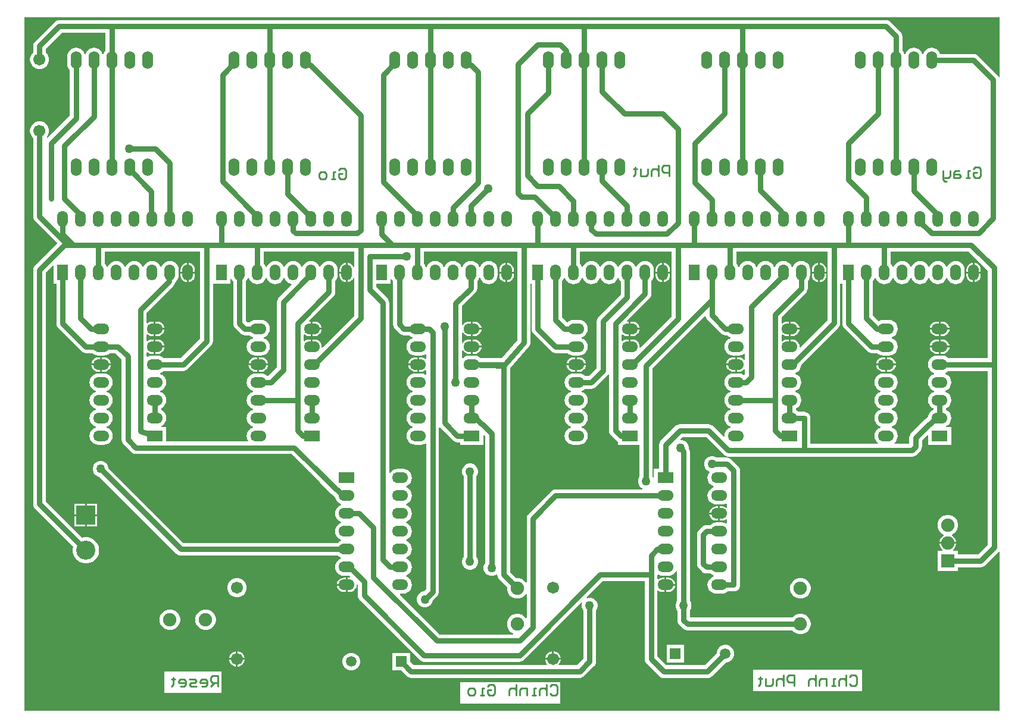
<source format=gtl>
G04*
G04 #@! TF.GenerationSoftware,Altium Limited,Altium Designer,21.0.8 (223)*
G04*
G04 Layer_Physical_Order=1*
G04 Layer_Color=255*
%FSTAX24Y24*%
%MOIN*%
G70*
G04*
G04 #@! TF.SameCoordinates,7D2A80BF-F15A-477C-97BA-D51E596D6298*
G04*
G04*
G04 #@! TF.FilePolarity,Positive*
G04*
G01*
G75*
%ADD14C,0.0100*%
%ADD22C,0.0750*%
%ADD30C,0.0315*%
%ADD31C,0.0591*%
%ADD32R,0.0591X0.0591*%
%ADD33R,0.0900X0.0600*%
%ADD34O,0.0900X0.0600*%
%ADD35O,0.0600X0.1000*%
%ADD36C,0.0670*%
%ADD37R,0.0750X0.0750*%
%ADD38R,0.0600X0.0900*%
%ADD39O,0.0600X0.0900*%
%ADD40R,0.1070X0.1070*%
%ADD41C,0.1070*%
%ADD42C,0.0500*%
G36*
X064866Y045822D02*
X064816Y045812D01*
X06481Y045829D01*
X064753Y045903D01*
X063653Y047003D01*
X063579Y04706D01*
X063492Y047095D01*
X0634Y047107D01*
X061523D01*
X061484Y047201D01*
X061404Y047304D01*
X061301Y047384D01*
X06118Y047434D01*
X06105Y047451D01*
X06092Y047434D01*
X060799Y047384D01*
X060696Y047304D01*
X060616Y047201D01*
X060577Y047107D01*
X060523D01*
X060484Y047201D01*
X060404Y047304D01*
X060301Y047384D01*
X06018Y047434D01*
X06005Y047451D01*
X05992Y047434D01*
X059799Y047384D01*
X059696Y047304D01*
X059616Y047201D01*
X059577Y047107D01*
X059523D01*
X059484Y047201D01*
X059407Y0473D01*
Y0481D01*
X059395Y048193D01*
X05936Y048279D01*
X059303Y048353D01*
X059303Y048353D01*
X058753Y048903D01*
X058679Y04896D01*
X058593Y048995D01*
X0585Y049007D01*
X0122D01*
X012107Y048995D01*
X012021Y04896D01*
X011947Y048903D01*
X010847Y047803D01*
X01079Y047729D01*
X010755Y047642D01*
X010743Y04755D01*
Y047195D01*
X010674Y047127D01*
X010604Y047005D01*
X010568Y04687D01*
Y04673D01*
X010604Y046595D01*
X010674Y046473D01*
X010773Y046374D01*
X010895Y046304D01*
X01103Y046268D01*
X01117D01*
X011305Y046304D01*
X011427Y046374D01*
X011526Y046473D01*
X011596Y046595D01*
X011632Y04673D01*
Y04687D01*
X011596Y047005D01*
X011526Y047127D01*
X011457Y047195D01*
Y047402D01*
X012348Y048293D01*
X014793D01*
Y0473D01*
X014716Y047201D01*
X014677Y047107D01*
X014623D01*
X014584Y047201D01*
X014504Y047304D01*
X014401Y047384D01*
X01428Y047434D01*
X01415Y047451D01*
X01402Y047434D01*
X013899Y047384D01*
X013796Y047304D01*
X013716Y047201D01*
X013677Y047107D01*
X013623D01*
X013584Y047201D01*
X013504Y047304D01*
X013401Y047384D01*
X01328Y047434D01*
X01315Y047451D01*
X01302Y047434D01*
X012899Y047384D01*
X012796Y047304D01*
X012716Y047201D01*
X012666Y04708D01*
X012649Y04695D01*
Y04655D01*
X012666Y04642D01*
X012716Y046299D01*
X012793Y0462D01*
Y043658D01*
X011542Y042407D01*
X011486Y042422D01*
X011484Y042432D01*
X011526Y042473D01*
X011596Y042595D01*
X011632Y04273D01*
Y04287D01*
X011596Y043005D01*
X011526Y043127D01*
X011427Y043226D01*
X011305Y043296D01*
X01117Y043332D01*
X01103D01*
X010895Y043296D01*
X010773Y043226D01*
X010674Y043127D01*
X010604Y043005D01*
X010568Y04287D01*
Y04273D01*
X010604Y042595D01*
X010674Y042473D01*
X010743Y042405D01*
Y038D01*
X010755Y037908D01*
X01079Y037821D01*
X010847Y037747D01*
X012095Y0365D01*
X010847Y035253D01*
X01079Y035179D01*
X010755Y035092D01*
X010743Y035D01*
Y02189D01*
X010755Y021797D01*
X01079Y021711D01*
X010847Y021637D01*
X012994Y019491D01*
X012968Y019362D01*
Y019218D01*
X012996Y019077D01*
X013051Y018943D01*
X013132Y018823D01*
X013233Y018722D01*
X013353Y018641D01*
X013487Y018586D01*
X013628Y018558D01*
X013772D01*
X013913Y018586D01*
X014047Y018641D01*
X014167Y018722D01*
X014268Y018823D01*
X014349Y018943D01*
X014404Y019077D01*
X014432Y019218D01*
Y019362D01*
X014404Y019503D01*
X014349Y019637D01*
X014268Y019757D01*
X014167Y019858D01*
X014047Y019939D01*
X013913Y019994D01*
X013772Y020022D01*
X013628D01*
X013499Y019996D01*
X011457Y022038D01*
Y034852D01*
X011857Y035252D01*
X011903Y035232D01*
Y034214D01*
X012043D01*
Y032D01*
X012055Y031907D01*
X01209Y031821D01*
X012147Y031747D01*
X013447Y030447D01*
X013521Y03039D01*
X013607Y030355D01*
X0137Y030343D01*
X0137Y030343D01*
X01405D01*
X014149Y030266D01*
X01427Y030216D01*
X0144Y030199D01*
X0147D01*
X01483Y030216D01*
X014951Y030266D01*
X01505Y030343D01*
X015352D01*
X015693Y030002D01*
Y02549D01*
X015705Y025398D01*
X01574Y025311D01*
X015797Y025237D01*
X016247Y024787D01*
X016321Y02473D01*
X016408Y024695D01*
X0165Y024683D01*
X025212D01*
X026794Y023101D01*
X026797Y023096D01*
X027466Y022428D01*
X02754Y022371D01*
X027551Y022366D01*
X027661Y022256D01*
X027666Y02222D01*
X027716Y022099D01*
X027796Y021996D01*
X027899Y021916D01*
X027993Y021877D01*
Y021823D01*
X027899Y021784D01*
X027796Y021704D01*
X027716Y021601D01*
X027666Y02148D01*
X027649Y02135D01*
X027666Y02122D01*
X027716Y021099D01*
X027796Y020996D01*
X027899Y020916D01*
X027993Y020877D01*
Y020823D01*
X027899Y020784D01*
X027796Y020704D01*
X027716Y020601D01*
X027666Y02048D01*
X027649Y02035D01*
X027666Y02022D01*
X027716Y020099D01*
X027796Y019996D01*
X027899Y019916D01*
X027993Y019877D01*
Y019823D01*
X027899Y019784D01*
X0278Y019707D01*
X019168D01*
X014967Y023909D01*
Y023909D01*
X014936Y024022D01*
X014878Y024124D01*
X014794Y024208D01*
X014692Y024266D01*
X014579Y024297D01*
X014461D01*
X014348Y024266D01*
X014246Y024208D01*
X014162Y024124D01*
X014104Y024022D01*
X014073Y023909D01*
Y023791D01*
X014104Y023678D01*
X014162Y023576D01*
X014246Y023492D01*
X014348Y023434D01*
X014461Y023403D01*
X014461D01*
X018767Y019097D01*
X018841Y01904D01*
X018928Y019005D01*
X01902Y018993D01*
X0278D01*
X027899Y018916D01*
X027993Y018877D01*
Y018823D01*
X027899Y018784D01*
X027796Y018704D01*
X027716Y018601D01*
X027666Y01848D01*
X027649Y01835D01*
X027666Y01822D01*
X027716Y018099D01*
X027796Y017996D01*
X027899Y017916D01*
X02802Y017866D01*
X02815Y017849D01*
X028446D01*
X028497Y017798D01*
X028474Y01775D01*
X02845Y017753D01*
X02835D01*
Y01735D01*
Y016947D01*
X02845D01*
X028554Y01696D01*
X028652Y017001D01*
X028735Y017065D01*
X028799Y017148D01*
X02884Y017246D01*
X028853Y017345D01*
X028868Y017356D01*
X028901Y017371D01*
X028923Y017355D01*
Y016748D01*
X028935Y016656D01*
X02897Y016569D01*
X029027Y016495D01*
X032375Y013147D01*
X032449Y01309D01*
X032536Y013055D01*
X032628Y013043D01*
X03797D01*
X038063Y013055D01*
X038149Y01309D01*
X038223Y013147D01*
X041431Y016355D01*
X041475Y016329D01*
X041453Y016246D01*
Y016129D01*
X041484Y016015D01*
X041542Y015913D01*
X041543Y015913D01*
Y013198D01*
X041202Y012857D01*
X040188D01*
X040169Y012904D01*
X040198Y012933D01*
X040255Y013032D01*
X040285Y013143D01*
Y01315D01*
X03985D01*
X039415D01*
Y013143D01*
X039445Y013032D01*
X039502Y012933D01*
X039531Y012904D01*
X039512Y012857D01*
X032046D01*
X03184Y013063D01*
Y013542D01*
X030856D01*
Y012558D01*
X031334D01*
X031645Y012247D01*
X031645Y012247D01*
X031719Y01219D01*
X031805Y012155D01*
X031898Y012143D01*
X04135D01*
X041442Y012155D01*
X041529Y01219D01*
X041603Y012247D01*
X042153Y012797D01*
X042153Y012797D01*
X04221Y012871D01*
X042245Y012958D01*
X042257Y01305D01*
Y015913D01*
X042258Y015913D01*
X042316Y016015D01*
X042347Y016129D01*
Y016246D01*
X042316Y01636D01*
X042258Y016462D01*
X042174Y016545D01*
X042072Y016604D01*
X041959Y016634D01*
X041841D01*
X041758Y016612D01*
X041732Y016657D01*
X042648Y017573D01*
X044983D01*
Y0132D01*
X044995Y013108D01*
X04503Y013021D01*
X045087Y012947D01*
X045797Y012237D01*
X045871Y01218D01*
X045957Y012145D01*
X04605Y012133D01*
X04605Y012133D01*
X048488D01*
X04858Y012145D01*
X048666Y01218D01*
X04874Y012237D01*
X049511Y013008D01*
X049562D01*
X049688Y013041D01*
X0498Y013106D01*
X049891Y013198D01*
X049956Y01331D01*
X04999Y013435D01*
Y013565D01*
X049956Y01369D01*
X049891Y013802D01*
X0498Y013894D01*
X049688Y013959D01*
X049562Y013992D01*
X049433D01*
X049308Y013959D01*
X049195Y013894D01*
X049104Y013802D01*
X049039Y01369D01*
X049006Y013565D01*
Y013513D01*
X04834Y012847D01*
X046198D01*
X045697Y013348D01*
Y017015D01*
X045747Y01704D01*
X045798Y017001D01*
X045896Y01696D01*
X046Y016947D01*
X0461D01*
Y01735D01*
Y017753D01*
X046D01*
X045896Y01774D01*
X045798Y017699D01*
X045747Y01766D01*
X045697Y017685D01*
Y017893D01*
X045747Y017918D01*
X045749Y017916D01*
X04587Y017866D01*
X046Y017849D01*
X0463D01*
X04643Y017866D01*
X046551Y017916D01*
X046654Y017996D01*
X046734Y018099D01*
X046749Y018135D01*
X046799Y018125D01*
Y016462D01*
X046799Y016462D01*
X04674Y01636D01*
X046709Y016246D01*
Y016129D01*
X04674Y016015D01*
X046799Y015913D01*
X046811Y0159D01*
Y015371D01*
X046823Y015279D01*
X046859Y015193D01*
X046916Y015119D01*
X047127Y014907D01*
X047127Y014907D01*
X047201Y01485D01*
X047288Y014815D01*
X04738Y014803D01*
X053249D01*
X053349Y014702D01*
X053479Y014627D01*
X053625Y014588D01*
X053775D01*
X053921Y014627D01*
X054051Y014702D01*
X054158Y014809D01*
X054233Y014939D01*
X054272Y015085D01*
Y015235D01*
X054233Y015381D01*
X054158Y015511D01*
X054051Y015618D01*
X053921Y015693D01*
X053775Y015732D01*
X053625D01*
X053479Y015693D01*
X053349Y015618D01*
X053249Y015517D01*
X047528D01*
X047526Y015519D01*
Y015934D01*
X047573Y016015D01*
X047603Y016129D01*
Y016246D01*
X047573Y01636D01*
X047514Y016462D01*
X047514Y016462D01*
Y024824D01*
X047501Y024916D01*
X047466Y025002D01*
X047447Y025027D01*
Y025089D01*
X047416Y025202D01*
X047358Y025304D01*
X047274Y025388D01*
X047172Y025446D01*
X047059Y025477D01*
X046993D01*
X046972Y025527D01*
X047088Y025643D01*
X048412D01*
X049407Y024647D01*
X049481Y02459D01*
X049567Y024555D01*
X04966Y024543D01*
X059966D01*
X060058Y024555D01*
X060144Y02459D01*
X060218Y024647D01*
X060403Y024832D01*
X060403Y024832D01*
X06046Y024906D01*
X060495Y024992D01*
X060507Y025085D01*
Y025453D01*
X060807Y025753D01*
X060853Y025733D01*
Y025203D01*
X062147D01*
Y026197D01*
X061864D01*
X061854Y026247D01*
X061901Y026266D01*
X062004Y026346D01*
X062084Y026449D01*
X062134Y02657D01*
X062151Y0267D01*
X062134Y02683D01*
X062084Y026951D01*
X062004Y027054D01*
X061901Y027134D01*
X061857Y027152D01*
Y027248D01*
X061901Y027266D01*
X062004Y027346D01*
X062084Y027449D01*
X062134Y02757D01*
X062151Y0277D01*
X062134Y02783D01*
X062084Y027951D01*
X062004Y028054D01*
X061901Y028134D01*
X061807Y028173D01*
Y028227D01*
X061901Y028266D01*
X062004Y028346D01*
X062084Y028449D01*
X062134Y02857D01*
X062151Y0287D01*
X062134Y02883D01*
X062084Y028951D01*
X062004Y029054D01*
X061901Y029134D01*
X061807Y029173D01*
Y029227D01*
X061901Y029266D01*
X062Y029343D01*
X064193D01*
Y019598D01*
X063652Y019057D01*
X062522D01*
Y019272D01*
X062255D01*
X062244Y01931D01*
X062244Y019322D01*
X06233Y019408D01*
X062393Y019517D01*
X062425Y019637D01*
Y01965D01*
X06195D01*
X061475D01*
Y019637D01*
X061507Y019517D01*
X06157Y019408D01*
X061656Y019322D01*
X061656Y01931D01*
X061645Y019272D01*
X061378D01*
Y018128D01*
X062522D01*
Y018343D01*
X0638D01*
X063892Y018355D01*
X063979Y01839D01*
X064053Y018447D01*
X064803Y019197D01*
X064816Y019215D01*
X064866Y019198D01*
Y010302D01*
X010252D01*
Y049168D01*
X064866D01*
Y045822D01*
D02*
G37*
G36*
X028726Y035157D02*
X028676Y035147D01*
X028649Y035212D01*
X028585Y035296D01*
X028502Y03536D01*
X028404Y0354D01*
X02835Y035407D01*
Y034861D01*
Y034314D01*
X028404Y034321D01*
X028502Y034361D01*
X028585Y034425D01*
X028649Y034509D01*
X028676Y034574D01*
X028726Y034564D01*
Y032432D01*
X026948Y030653D01*
X0269Y030676D01*
X026903Y0307D01*
X02689Y030804D01*
X026849Y030902D01*
X026785Y030985D01*
X026702Y031049D01*
X026604Y03109D01*
X0265Y031103D01*
X0264D01*
Y0307D01*
X0263D01*
Y031103D01*
X0262D01*
X026096Y03109D01*
X025998Y031049D01*
X025947Y03101D01*
X025897Y031035D01*
Y031365D01*
X025947Y03139D01*
X025998Y031351D01*
X026096Y03131D01*
X0262Y031297D01*
X0263D01*
Y0317D01*
Y032103D01*
X02622D01*
X026198Y032153D01*
X027553Y033507D01*
X02761Y033581D01*
X027645Y033668D01*
X027657Y03376D01*
Y03436D01*
X027734Y03446D01*
X027784Y034581D01*
X027801Y034711D01*
Y035011D01*
X027784Y03514D01*
X027734Y035261D01*
X027654Y035365D01*
X027551Y035445D01*
X02743Y035495D01*
X0273Y035512D01*
X02717Y035495D01*
X027049Y035445D01*
X026946Y035365D01*
X026866Y035261D01*
X026827Y035167D01*
X026773D01*
X026734Y035261D01*
X026654Y035365D01*
X026551Y035445D01*
X02643Y035495D01*
X0263Y035512D01*
X02617Y035495D01*
X026049Y035445D01*
X025946Y035365D01*
X025866Y035261D01*
X025827Y035167D01*
X025773D01*
X025734Y035261D01*
X025654Y035365D01*
X025551Y035445D01*
X02543Y035495D01*
X0253Y035512D01*
X02517Y035495D01*
X025049Y035445D01*
X024946Y035365D01*
X024866Y035261D01*
X024827Y035167D01*
X024773D01*
X024734Y035261D01*
X024654Y035365D01*
X024551Y035445D01*
X02443Y035495D01*
X0243Y035512D01*
X02417Y035495D01*
X024049Y035445D01*
X023946Y035365D01*
X023866Y035261D01*
X023827Y035167D01*
X023773D01*
X023734Y035261D01*
X023657Y035361D01*
Y036043D01*
X028726D01*
Y035157D01*
D02*
G37*
G36*
X064193Y034967D02*
Y030057D01*
X062D01*
X061901Y030134D01*
X06178Y030184D01*
X06165Y030201D01*
X06135D01*
X06122Y030184D01*
X061099Y030134D01*
X060996Y030054D01*
X060916Y029951D01*
X060866Y02983D01*
X060849Y0297D01*
X060866Y02957D01*
X060916Y029449D01*
X060996Y029346D01*
X061099Y029266D01*
X061193Y029227D01*
Y029173D01*
X061099Y029134D01*
X060996Y029054D01*
X060916Y028951D01*
X060866Y02883D01*
X060849Y0287D01*
X060866Y02857D01*
X060916Y028449D01*
X060996Y028346D01*
X061099Y028266D01*
X061193Y028227D01*
Y028173D01*
X061099Y028134D01*
X060996Y028054D01*
X060916Y027951D01*
X060866Y02783D01*
X060849Y0277D01*
X060866Y02757D01*
X060916Y027449D01*
X060996Y027346D01*
X061099Y027266D01*
X061143Y027248D01*
Y027152D01*
X061099Y027134D01*
X060996Y027054D01*
X060916Y026951D01*
X060866Y02683D01*
X060861Y026794D01*
X060751Y026684D01*
X06074Y026679D01*
X060666Y026622D01*
X060666Y026622D01*
X059897Y025854D01*
X05984Y02578D01*
X059805Y025694D01*
X059793Y025601D01*
Y025257D01*
X058971D01*
X058955Y025307D01*
X059004Y025346D01*
X059084Y025449D01*
X059134Y02557D01*
X059151Y0257D01*
X059134Y02583D01*
X059084Y025951D01*
X059004Y026054D01*
X058901Y026134D01*
X058807Y026173D01*
Y026227D01*
X058901Y026266D01*
X059004Y026346D01*
X059084Y026449D01*
X059134Y02657D01*
X059151Y0267D01*
X059134Y02683D01*
X059084Y026951D01*
X059004Y027054D01*
X058901Y027134D01*
X058807Y027173D01*
Y027227D01*
X058901Y027266D01*
X059004Y027346D01*
X059084Y027449D01*
X059134Y02757D01*
X059151Y0277D01*
X059134Y02783D01*
X059084Y027951D01*
X059004Y028054D01*
X058901Y028134D01*
X058807Y028173D01*
Y028227D01*
X058901Y028266D01*
X059004Y028346D01*
X059084Y028449D01*
X059134Y02857D01*
X059151Y0287D01*
X059134Y02883D01*
X059084Y028951D01*
X059004Y029054D01*
X058901Y029134D01*
X05878Y029184D01*
X05865Y029201D01*
X05835D01*
X05822Y029184D01*
X058099Y029134D01*
X057996Y029054D01*
X057916Y028951D01*
X057866Y02883D01*
X057849Y0287D01*
X057866Y02857D01*
X057916Y028449D01*
X057996Y028346D01*
X058099Y028266D01*
X058193Y028227D01*
Y028173D01*
X058099Y028134D01*
X057996Y028054D01*
X057916Y027951D01*
X057866Y02783D01*
X057849Y0277D01*
X057866Y02757D01*
X057916Y027449D01*
X057996Y027346D01*
X058099Y027266D01*
X058193Y027227D01*
Y027173D01*
X058099Y027134D01*
X057996Y027054D01*
X057916Y026951D01*
X057866Y02683D01*
X057849Y0267D01*
X057866Y02657D01*
X057916Y026449D01*
X057996Y026346D01*
X058099Y026266D01*
X058193Y026227D01*
Y026173D01*
X058099Y026134D01*
X057996Y026054D01*
X057916Y025951D01*
X057866Y02583D01*
X057849Y0257D01*
X057866Y02557D01*
X057916Y025449D01*
X057996Y025346D01*
X058046Y025307D01*
X058029Y025257D01*
X054267D01*
Y0267D01*
X054255Y026793D01*
X05422Y026879D01*
X054163Y026953D01*
X054089Y02701D01*
X054002Y027045D01*
X05391Y027057D01*
X0536D01*
X053501Y027134D01*
X053457Y027152D01*
Y027248D01*
X053501Y027266D01*
X053604Y027346D01*
X053684Y027449D01*
X053734Y02757D01*
X053751Y0277D01*
X053734Y02783D01*
X053684Y027951D01*
X053604Y028054D01*
X053501Y028134D01*
X053407Y028173D01*
Y028227D01*
X053501Y028266D01*
X053604Y028346D01*
X053684Y028449D01*
X053734Y02857D01*
X053751Y0287D01*
X053734Y02883D01*
X053684Y028951D01*
X053604Y029054D01*
X053501Y029134D01*
X053407Y029173D01*
Y029227D01*
X053501Y029266D01*
X053604Y029346D01*
X053684Y029449D01*
X053734Y02957D01*
X05375Y029695D01*
X05583Y031774D01*
X055886Y031848D01*
X055922Y031934D01*
X055934Y032027D01*
X055934Y032027D01*
Y034214D01*
X056043D01*
Y032D01*
X056055Y031907D01*
X05609Y031821D01*
X056147Y031747D01*
X057447Y030447D01*
X057521Y03039D01*
X057607Y030355D01*
X0577Y030343D01*
X0577Y030343D01*
X058D01*
X058099Y030266D01*
X05822Y030216D01*
X05835Y030199D01*
X05865D01*
X05878Y030216D01*
X058901Y030266D01*
X059004Y030346D01*
X059084Y030449D01*
X059134Y03057D01*
X059151Y0307D01*
X059134Y03083D01*
X059084Y030951D01*
X059004Y031054D01*
X058901Y031134D01*
X058807Y031173D01*
Y031227D01*
X058901Y031266D01*
X059004Y031346D01*
X059084Y031449D01*
X059134Y03157D01*
X059151Y0317D01*
X059134Y03183D01*
X059084Y031951D01*
X059004Y032054D01*
X058901Y032134D01*
X05878Y032184D01*
X05865Y032201D01*
X05835D01*
X05822Y032184D01*
X058099Y032134D01*
X058084Y032122D01*
X057757Y032448D01*
Y03436D01*
X057834Y03446D01*
X057873Y034554D01*
X057927D01*
X057966Y03446D01*
X058046Y034356D01*
X058149Y034277D01*
X05827Y034226D01*
X0584Y034209D01*
X05853Y034226D01*
X058651Y034277D01*
X058754Y034356D01*
X058834Y03446D01*
X058873Y034554D01*
X058927D01*
X058966Y03446D01*
X059046Y034356D01*
X059149Y034277D01*
X05927Y034226D01*
X0594Y034209D01*
X05953Y034226D01*
X059651Y034277D01*
X059754Y034356D01*
X059834Y03446D01*
X059873Y034554D01*
X059927D01*
X059966Y03446D01*
X060046Y034356D01*
X060149Y034277D01*
X06027Y034226D01*
X0604Y034209D01*
X06053Y034226D01*
X060651Y034277D01*
X060754Y034356D01*
X060834Y03446D01*
X060873Y034554D01*
X060927D01*
X060966Y03446D01*
X061046Y034356D01*
X061149Y034277D01*
X06127Y034226D01*
X0614Y034209D01*
X06153Y034226D01*
X061651Y034277D01*
X061754Y034356D01*
X061834Y03446D01*
X061873Y034554D01*
X061927D01*
X061966Y03446D01*
X062046Y034356D01*
X062149Y034277D01*
X06227Y034226D01*
X0624Y034209D01*
X06253Y034226D01*
X062651Y034277D01*
X062754Y034356D01*
X062834Y03446D01*
X062884Y034581D01*
X062901Y034711D01*
Y035011D01*
X062884Y03514D01*
X062834Y035261D01*
X062754Y035365D01*
X062651Y035445D01*
X06253Y035495D01*
X0624Y035512D01*
X06227Y035495D01*
X062149Y035445D01*
X062046Y035365D01*
X061966Y035261D01*
X061927Y035167D01*
X061873D01*
X061834Y035261D01*
X061754Y035365D01*
X061651Y035445D01*
X06153Y035495D01*
X0614Y035512D01*
X06127Y035495D01*
X061149Y035445D01*
X061046Y035365D01*
X060966Y035261D01*
X060927Y035167D01*
X060873D01*
X060834Y035261D01*
X060754Y035365D01*
X060651Y035445D01*
X06053Y035495D01*
X0604Y035512D01*
X06027Y035495D01*
X060149Y035445D01*
X060046Y035365D01*
X059966Y035261D01*
X059927Y035167D01*
X059873D01*
X059834Y035261D01*
X059754Y035365D01*
X059651Y035445D01*
X05953Y035495D01*
X0594Y035512D01*
X05927Y035495D01*
X059149Y035445D01*
X059046Y035365D01*
X058966Y035261D01*
X058927Y035167D01*
X058873D01*
X058834Y035261D01*
X058757Y035361D01*
Y036043D01*
X063117D01*
X064193Y034967D01*
D02*
G37*
G36*
X042566Y03446D02*
X042646Y034356D01*
X042749Y034277D01*
X04287Y034226D01*
X043Y034209D01*
X04313Y034226D01*
X043251Y034277D01*
X043354Y034356D01*
X043434Y03446D01*
X043473Y034554D01*
X043527D01*
X043566Y03446D01*
X043643Y03436D01*
Y033618D01*
X042397Y032373D01*
X04234Y032299D01*
X042305Y032213D01*
X042293Y03212D01*
Y029498D01*
X041852Y029057D01*
X04165D01*
X041551Y029134D01*
X04143Y029184D01*
X0413Y029201D01*
X041D01*
X04087Y029184D01*
X040749Y029134D01*
X040646Y029054D01*
X040566Y028951D01*
X040516Y02883D01*
X040499Y0287D01*
X040516Y02857D01*
X040566Y028449D01*
X040646Y028346D01*
X040749Y028266D01*
X040843Y028227D01*
Y028173D01*
X040749Y028134D01*
X040646Y028054D01*
X040566Y027951D01*
X040516Y02783D01*
X040499Y0277D01*
X040516Y02757D01*
X040566Y027449D01*
X040646Y027346D01*
X040749Y027266D01*
X040843Y027227D01*
Y027173D01*
X040749Y027134D01*
X040646Y027054D01*
X040566Y026951D01*
X040516Y02683D01*
X040499Y0267D01*
X040516Y02657D01*
X040566Y026449D01*
X040646Y026346D01*
X040749Y026266D01*
X040843Y026227D01*
Y026173D01*
X040749Y026134D01*
X040646Y026054D01*
X040566Y025951D01*
X040516Y02583D01*
X040499Y0257D01*
X040516Y02557D01*
X040566Y025449D01*
X040646Y025346D01*
X040749Y025266D01*
X04087Y025216D01*
X041Y025199D01*
X0413D01*
X04143Y025216D01*
X041551Y025266D01*
X041654Y025346D01*
X041734Y025449D01*
X041784Y02557D01*
X041801Y0257D01*
X041784Y02583D01*
X041734Y025951D01*
X041654Y026054D01*
X041551Y026134D01*
X041457Y026173D01*
Y026227D01*
X041551Y026266D01*
X041654Y026346D01*
X041734Y026449D01*
X041784Y02657D01*
X041801Y0267D01*
X041784Y02683D01*
X041734Y026951D01*
X041654Y027054D01*
X041551Y027134D01*
X041457Y027173D01*
Y027227D01*
X041551Y027266D01*
X041654Y027346D01*
X041734Y027449D01*
X041784Y02757D01*
X041801Y0277D01*
X041784Y02783D01*
X041734Y027951D01*
X041654Y028054D01*
X041551Y028134D01*
X041457Y028173D01*
Y028227D01*
X041551Y028266D01*
X04165Y028343D01*
X042D01*
X042092Y028355D01*
X042179Y02839D01*
X042253Y028447D01*
X042903Y029097D01*
X042933Y029136D01*
X042983Y029119D01*
Y026D01*
X042995Y025907D01*
X04303Y025821D01*
X043087Y025747D01*
X043387Y025447D01*
X043461Y02539D01*
X043503Y025373D01*
Y025203D01*
X044703D01*
Y023435D01*
X044702Y023434D01*
X044644Y023332D01*
X044613Y023219D01*
Y023101D01*
X044644Y022988D01*
X044702Y022886D01*
X044786Y022802D01*
X044864Y022757D01*
X04485Y022707D01*
X04D01*
X039908Y022695D01*
X039821Y02266D01*
X039747Y022603D01*
X038477Y021333D01*
X03842Y021259D01*
X038385Y021172D01*
X038373Y02108D01*
Y017495D01*
X038324Y017482D01*
X038308Y017511D01*
X038201Y017618D01*
X038071Y017693D01*
X037925Y017732D01*
X037784D01*
X037447Y018068D01*
Y029505D01*
X038488Y030683D01*
X038508Y030713D01*
X03853Y030741D01*
X038534Y030752D01*
X03854Y030761D01*
X038552Y030795D01*
X038565Y030828D01*
X038567Y030839D01*
X03857Y030849D01*
X038573Y030885D01*
X038577Y03092D01*
Y034214D01*
X038643D01*
Y0317D01*
X038655Y031607D01*
X03869Y031521D01*
X038747Y031447D01*
X039747Y030447D01*
X039747Y030447D01*
X039821Y03039D01*
X039908Y030355D01*
X04Y030343D01*
X04Y030343D01*
X04065D01*
X040749Y030266D01*
X04087Y030216D01*
X041Y030199D01*
X0413D01*
X04143Y030216D01*
X041551Y030266D01*
X041654Y030346D01*
X041734Y030449D01*
X041784Y03057D01*
X041801Y0307D01*
X041784Y03083D01*
X041734Y030951D01*
X041654Y031054D01*
X041551Y031134D01*
X041457Y031173D01*
Y031227D01*
X041551Y031266D01*
X041654Y031346D01*
X041734Y031449D01*
X041784Y03157D01*
X041801Y0317D01*
X041784Y03183D01*
X041734Y031951D01*
X041654Y032054D01*
X041551Y032134D01*
X04143Y032184D01*
X0413Y032201D01*
X041D01*
X04087Y032184D01*
X040749Y032134D01*
X04065Y032057D01*
X040648D01*
X040357Y032348D01*
Y03436D01*
X040434Y03446D01*
X040473Y034554D01*
X040527D01*
X040566Y03446D01*
X040646Y034356D01*
X040749Y034277D01*
X04087Y034226D01*
X041Y034209D01*
X04113Y034226D01*
X041251Y034277D01*
X041354Y034356D01*
X041434Y03446D01*
X041473Y034554D01*
X041527D01*
X041566Y03446D01*
X041646Y034356D01*
X041749Y034277D01*
X04187Y034226D01*
X042Y034209D01*
X04213Y034226D01*
X042251Y034277D01*
X042354Y034356D01*
X042434Y03446D01*
X042473Y034554D01*
X042527D01*
X042566Y03446D01*
D02*
G37*
G36*
X037863Y031055D02*
X036982Y030057D01*
X0358D01*
X035701Y030134D01*
X03558Y030184D01*
X03545Y030201D01*
X03515D01*
X03502Y030184D01*
X034899Y030134D01*
X034807Y030063D01*
X034757Y03008D01*
Y030476D01*
X034772Y030483D01*
X034807Y030489D01*
X034865Y030415D01*
X034948Y030351D01*
X035046Y03031D01*
X03515Y030297D01*
X03525D01*
Y0307D01*
Y031103D01*
X03515D01*
X035046Y03109D01*
X034948Y031049D01*
X034865Y030985D01*
X034807Y030911D01*
X034772Y030917D01*
X034757Y030924D01*
Y031476D01*
X034772Y031483D01*
X034807Y031489D01*
X034865Y031415D01*
X034948Y031351D01*
X035046Y03131D01*
X03515Y031297D01*
X03525D01*
Y0317D01*
Y032103D01*
X03515D01*
X035046Y03209D01*
X034948Y032049D01*
X034865Y031985D01*
X034807Y031911D01*
X034772Y031917D01*
X034757Y031924D01*
Y032972D01*
X035503Y033717D01*
X035503Y033717D01*
X03556Y033791D01*
X035595Y033877D01*
X035607Y03397D01*
X035607Y03397D01*
Y03436D01*
X035684Y03446D01*
X035723Y034554D01*
X035777D01*
X035816Y03446D01*
X035896Y034356D01*
X035999Y034277D01*
X03612Y034226D01*
X03625Y034209D01*
X03638Y034226D01*
X036501Y034277D01*
X036604Y034356D01*
X036684Y03446D01*
X036734Y034581D01*
X036751Y034711D01*
Y035011D01*
X036734Y03514D01*
X036684Y035261D01*
X036604Y035365D01*
X036501Y035445D01*
X03638Y035495D01*
X03625Y035512D01*
X03612Y035495D01*
X035999Y035445D01*
X035896Y035365D01*
X035816Y035261D01*
X035777Y035167D01*
X035723D01*
X035684Y035261D01*
X035604Y035365D01*
X035501Y035445D01*
X03538Y035495D01*
X03525Y035512D01*
X03512Y035495D01*
X034999Y035445D01*
X034896Y035365D01*
X034816Y035261D01*
X034777Y035167D01*
X034723D01*
X034684Y035261D01*
X034604Y035365D01*
X034501Y035445D01*
X03438Y035495D01*
X03425Y035512D01*
X03412Y035495D01*
X033999Y035445D01*
X033896Y035365D01*
X033816Y035261D01*
X033777Y035167D01*
X033723D01*
X033684Y035261D01*
X033604Y035365D01*
X033501Y035445D01*
X03338Y035495D01*
X03325Y035512D01*
X03312Y035495D01*
X032999Y035445D01*
X032896Y035365D01*
X032816Y035261D01*
X032777Y035167D01*
X032723D01*
X032684Y035261D01*
X032607Y035361D01*
Y036043D01*
X037863D01*
Y031055D01*
D02*
G37*
G36*
X024866Y03446D02*
X024946Y034356D01*
X025049Y034277D01*
X02517Y034226D01*
X025203Y034222D01*
X025219Y034175D01*
X024497Y033453D01*
X02444Y033379D01*
X024405Y033293D01*
X024393Y0332D01*
Y029548D01*
X023902Y029057D01*
X02385D01*
X023751Y029134D01*
X02363Y029184D01*
X0235Y029201D01*
X0232D01*
X02307Y029184D01*
X022949Y029134D01*
X022846Y029054D01*
X022766Y028951D01*
X022716Y02883D01*
X022699Y0287D01*
X022716Y02857D01*
X022766Y028449D01*
X022846Y028346D01*
X022949Y028266D01*
X023043Y028227D01*
Y028173D01*
X022949Y028134D01*
X022846Y028054D01*
X022766Y027951D01*
X022716Y02783D01*
X022699Y0277D01*
X022716Y02757D01*
X022766Y027449D01*
X022846Y027346D01*
X022949Y027266D01*
X023043Y027227D01*
Y027173D01*
X022949Y027134D01*
X022846Y027054D01*
X022766Y026951D01*
X022716Y02683D01*
X022699Y0267D01*
X022716Y02657D01*
X022766Y026449D01*
X022846Y026346D01*
X022949Y026266D01*
X023043Y026227D01*
Y026173D01*
X022949Y026134D01*
X022846Y026054D01*
X022766Y025951D01*
X022716Y02583D01*
X022699Y0257D01*
X022716Y02557D01*
X022766Y025449D01*
X022772Y025442D01*
X022749Y025397D01*
X018197D01*
Y026197D01*
X017914D01*
X017904Y026247D01*
X017951Y026266D01*
X018054Y026346D01*
X018134Y026449D01*
X018184Y02657D01*
X018201Y0267D01*
X018184Y02683D01*
X018134Y026951D01*
X018054Y027054D01*
X017951Y027134D01*
X017907Y027152D01*
Y027248D01*
X017951Y027266D01*
X018054Y027346D01*
X018134Y027449D01*
X018184Y02757D01*
X018201Y0277D01*
X018184Y02783D01*
X018134Y027951D01*
X018054Y028054D01*
X017951Y028134D01*
X017857Y028173D01*
Y028227D01*
X017951Y028266D01*
X018054Y028346D01*
X018134Y028449D01*
X018184Y02857D01*
X018201Y0287D01*
X018184Y02883D01*
X018134Y028951D01*
X018054Y029054D01*
X017951Y029134D01*
X017857Y029173D01*
Y029227D01*
X017951Y029266D01*
X01805Y029343D01*
X01915D01*
X019243Y029355D01*
X019329Y02939D01*
X019403Y029447D01*
X020703Y030747D01*
X02076Y030821D01*
X020795Y030907D01*
X020807Y031D01*
X020807Y031D01*
Y034214D01*
X021797D01*
Y034496D01*
X021847Y034506D01*
X021866Y03446D01*
X021943Y03436D01*
Y032D01*
X021955Y031907D01*
X02199Y031821D01*
X022047Y031747D01*
X022347Y031447D01*
X022421Y03139D01*
X022508Y031355D01*
X0226Y031343D01*
X02285D01*
X022949Y031266D01*
X023043Y031227D01*
Y031173D01*
X022949Y031134D01*
X022846Y031054D01*
X022766Y030951D01*
X022716Y03083D01*
X022699Y0307D01*
X022716Y03057D01*
X022766Y030449D01*
X022846Y030346D01*
X022949Y030266D01*
X02307Y030216D01*
X0232Y030199D01*
X0235D01*
X02363Y030216D01*
X023751Y030266D01*
X023854Y030346D01*
X023934Y030449D01*
X023984Y03057D01*
X024001Y0307D01*
X023984Y03083D01*
X023934Y030951D01*
X023854Y031054D01*
X023751Y031134D01*
X023657Y031173D01*
Y031227D01*
X023751Y031266D01*
X023854Y031346D01*
X023934Y031449D01*
X023984Y03157D01*
X024001Y0317D01*
X023984Y03183D01*
X023934Y031951D01*
X023854Y032054D01*
X023751Y032134D01*
X02363Y032184D01*
X0235Y032201D01*
X0232D01*
X02307Y032184D01*
X022949Y032134D01*
X02285Y032057D01*
X022748D01*
X022657Y032148D01*
Y03436D01*
X022734Y03446D01*
X022773Y034554D01*
X022827D01*
X022866Y03446D01*
X022946Y034356D01*
X023049Y034277D01*
X02317Y034226D01*
X0233Y034209D01*
X02343Y034226D01*
X023551Y034277D01*
X023654Y034356D01*
X023734Y03446D01*
X023773Y034554D01*
X023827D01*
X023866Y03446D01*
X023946Y034356D01*
X024049Y034277D01*
X02417Y034226D01*
X0243Y034209D01*
X02443Y034226D01*
X024551Y034277D01*
X024654Y034356D01*
X024734Y03446D01*
X024773Y034554D01*
X024827D01*
X024866Y03446D01*
D02*
G37*
G36*
X055219Y032175D02*
X053698Y030653D01*
X05365Y030676D01*
X053653Y0307D01*
X05364Y030804D01*
X053599Y030902D01*
X053535Y030985D01*
X053452Y031049D01*
X053354Y03109D01*
X05325Y031103D01*
X05315D01*
Y0307D01*
X05305D01*
Y031103D01*
X05295D01*
X052846Y03109D01*
X052748Y031049D01*
X052697Y03101D01*
X052647Y031035D01*
Y031365D01*
X052697Y03139D01*
X052748Y031351D01*
X052846Y03131D01*
X05295Y031297D01*
X05305D01*
Y0317D01*
Y032103D01*
X05295D01*
X052846Y03209D01*
X052748Y032049D01*
X052697Y03201D01*
X052647Y032035D01*
Y032348D01*
X054003Y033703D01*
X05406Y033777D01*
X054095Y033863D01*
X054107Y033956D01*
Y03436D01*
X054184Y03446D01*
X054234Y034581D01*
X054251Y034711D01*
Y035011D01*
X054234Y03514D01*
X054184Y035261D01*
X054104Y035365D01*
X054001Y035445D01*
X05388Y035495D01*
X05375Y035512D01*
X05362Y035495D01*
X053499Y035445D01*
X053396Y035365D01*
X053316Y035261D01*
X053277Y035167D01*
X053223D01*
X053184Y035261D01*
X053104Y035365D01*
X053001Y035445D01*
X05288Y035495D01*
X05275Y035512D01*
X05262Y035495D01*
X052499Y035445D01*
X052396Y035365D01*
X052316Y035261D01*
X052277Y035167D01*
X052223D01*
X052184Y035261D01*
X052104Y035365D01*
X052001Y035445D01*
X05188Y035495D01*
X05175Y035512D01*
X05162Y035495D01*
X051499Y035445D01*
X051396Y035365D01*
X051316Y035261D01*
X051277Y035167D01*
X051223D01*
X051184Y035261D01*
X051104Y035365D01*
X051001Y035445D01*
X05088Y035495D01*
X05075Y035512D01*
X05062Y035495D01*
X050499Y035445D01*
X050396Y035365D01*
X050316Y035261D01*
X050277Y035167D01*
X050223D01*
X050184Y035261D01*
X050107Y035361D01*
Y036043D01*
X055219D01*
Y032175D01*
D02*
G37*
G36*
X046493Y032398D02*
X044748Y030653D01*
X0447Y030676D01*
X044703Y0307D01*
X04469Y030804D01*
X044649Y030902D01*
X044585Y030985D01*
X044502Y031049D01*
X044404Y03109D01*
X0443Y031103D01*
X0442D01*
Y0307D01*
X0441D01*
Y031103D01*
X044D01*
X043896Y03109D01*
X043798Y031049D01*
X043747Y03101D01*
X043697Y031035D01*
Y031365D01*
X043747Y03139D01*
X043798Y031351D01*
X043896Y03131D01*
X044Y031297D01*
X0441D01*
Y0317D01*
Y032103D01*
X04402D01*
X043998Y032153D01*
X045253Y033407D01*
X045253Y033407D01*
X04531Y033481D01*
X045345Y033568D01*
X045357Y03366D01*
X045357Y03366D01*
Y03436D01*
X045434Y03446D01*
X045484Y034581D01*
X045501Y034711D01*
Y035011D01*
X045484Y03514D01*
X045434Y035261D01*
X045354Y035365D01*
X045251Y035445D01*
X04513Y035495D01*
X045Y035512D01*
X04487Y035495D01*
X044749Y035445D01*
X044646Y035365D01*
X044566Y035261D01*
X044527Y035167D01*
X044473D01*
X044434Y035261D01*
X044354Y035365D01*
X044251Y035445D01*
X04413Y035495D01*
X044Y035512D01*
X04387Y035495D01*
X043749Y035445D01*
X043646Y035365D01*
X043566Y035261D01*
X043527Y035167D01*
X043473D01*
X043434Y035261D01*
X043354Y035365D01*
X043251Y035445D01*
X04313Y035495D01*
X043Y035512D01*
X04287Y035495D01*
X042749Y035445D01*
X042646Y035365D01*
X042566Y035261D01*
X042527Y035167D01*
X042473D01*
X042434Y035261D01*
X042354Y035365D01*
X042251Y035445D01*
X04213Y035495D01*
X042Y035512D01*
X04187Y035495D01*
X041749Y035445D01*
X041646Y035365D01*
X041566Y035261D01*
X041527Y035167D01*
X041473D01*
X041434Y035261D01*
X041357Y035361D01*
Y036043D01*
X046493D01*
Y032398D01*
D02*
G37*
G36*
X020093Y031148D02*
X019002Y030057D01*
X01805D01*
X017951Y030134D01*
X01783Y030184D01*
X0177Y030201D01*
X0174D01*
X01727Y030184D01*
X017149Y030134D01*
X017142Y030128D01*
X017097Y030151D01*
Y030365D01*
X017147Y03039D01*
X017198Y030351D01*
X017296Y03031D01*
X0174Y030297D01*
X0175D01*
Y0307D01*
Y031103D01*
X0174D01*
X017296Y03109D01*
X017198Y031049D01*
X017147Y03101D01*
X017097Y031035D01*
Y031365D01*
X017147Y03139D01*
X017198Y031351D01*
X017296Y03131D01*
X0174Y031297D01*
X0175D01*
Y0317D01*
Y032103D01*
X0174D01*
X017296Y03209D01*
X017198Y032049D01*
X017147Y03201D01*
X017097Y032035D01*
Y032607D01*
X018598Y034108D01*
X018655Y034182D01*
X018691Y034268D01*
X018696Y034312D01*
X018754Y034356D01*
X018834Y03446D01*
X018884Y034581D01*
X018901Y034711D01*
Y035011D01*
X018884Y03514D01*
X018834Y035261D01*
X018754Y035365D01*
X018651Y035445D01*
X01853Y035495D01*
X0184Y035512D01*
X01827Y035495D01*
X018149Y035445D01*
X018046Y035365D01*
X017966Y035261D01*
X017927Y035167D01*
X017873D01*
X017834Y035261D01*
X017754Y035365D01*
X017651Y035445D01*
X01753Y035495D01*
X0174Y035512D01*
X01727Y035495D01*
X017149Y035445D01*
X017046Y035365D01*
X016966Y035261D01*
X016927Y035167D01*
X016873D01*
X016834Y035261D01*
X016754Y035365D01*
X016651Y035445D01*
X01653Y035495D01*
X0164Y035512D01*
X01627Y035495D01*
X016149Y035445D01*
X016046Y035365D01*
X015966Y035261D01*
X015927Y035167D01*
X015873D01*
X015834Y035261D01*
X015754Y035365D01*
X015651Y035445D01*
X01553Y035495D01*
X0154Y035512D01*
X01527Y035495D01*
X015149Y035445D01*
X015046Y035365D01*
X014966Y035261D01*
X014927Y035167D01*
X014873D01*
X014834Y035261D01*
X014757Y035361D01*
Y036043D01*
X020093D01*
Y031148D01*
D02*
G37*
G36*
X030816Y03446D02*
X030893Y03436D01*
Y03195D01*
X030905Y031858D01*
X03094Y031771D01*
X030997Y031697D01*
X031247Y031447D01*
X031247Y031447D01*
X031321Y03139D01*
X031407Y031355D01*
X0315Y031343D01*
X0318D01*
X031899Y031266D01*
X031993Y031227D01*
Y031173D01*
X031899Y031134D01*
X031796Y031054D01*
X031716Y030951D01*
X031666Y03083D01*
X031649Y0307D01*
X031666Y03057D01*
X031716Y030449D01*
X031796Y030346D01*
X031899Y030266D01*
X03202Y030216D01*
X03215Y030199D01*
X03245D01*
X03258Y030216D01*
X032701Y030266D01*
X032708Y030272D01*
X032753Y030249D01*
Y030035D01*
X032703Y03001D01*
X032652Y030049D01*
X032554Y03009D01*
X03245Y030103D01*
X03235D01*
Y0297D01*
Y029297D01*
X03245D01*
X032554Y02931D01*
X032652Y029351D01*
X032703Y02939D01*
X032753Y029365D01*
Y029151D01*
X032708Y029128D01*
X032701Y029134D01*
X03258Y029184D01*
X03245Y029201D01*
X03215D01*
X03202Y029184D01*
X031899Y029134D01*
X031796Y029054D01*
X031716Y028951D01*
X031666Y02883D01*
X031649Y0287D01*
X031666Y02857D01*
X031716Y028449D01*
X031796Y028346D01*
X031899Y028266D01*
X031993Y028227D01*
Y028173D01*
X031899Y028134D01*
X031796Y028054D01*
X031716Y027951D01*
X031666Y02783D01*
X031649Y0277D01*
X031666Y02757D01*
X031716Y027449D01*
X031796Y027346D01*
X031899Y027266D01*
X031993Y027227D01*
Y027173D01*
X031899Y027134D01*
X031796Y027054D01*
X031716Y026951D01*
X031666Y02683D01*
X031649Y0267D01*
X031666Y02657D01*
X031716Y026449D01*
X031796Y026346D01*
X031899Y026266D01*
X031993Y026227D01*
Y026173D01*
X031899Y026134D01*
X031796Y026054D01*
X031716Y025951D01*
X031666Y02583D01*
X031649Y0257D01*
X031666Y02557D01*
X031716Y025449D01*
X031796Y025346D01*
X031899Y025266D01*
X03202Y025216D01*
X03215Y025199D01*
X03245D01*
X03258Y025216D01*
X032701Y025266D01*
X032708Y025272D01*
X032753Y025249D01*
Y017128D01*
X032611Y016987D01*
X032611D01*
X032498Y016956D01*
X032396Y016898D01*
X032312Y016814D01*
X032254Y016712D01*
X032223Y016599D01*
Y016481D01*
X032254Y016368D01*
X032312Y016266D01*
X032396Y016182D01*
X032498Y016124D01*
X032611Y016093D01*
X032729D01*
X032842Y016124D01*
X032944Y016182D01*
X033028Y016266D01*
X033086Y016368D01*
X033117Y016481D01*
Y016481D01*
X033363Y016727D01*
X03342Y016801D01*
X033455Y016888D01*
X033467Y01698D01*
Y026165D01*
X033505Y026177D01*
X033517Y026177D01*
X034247Y025447D01*
X034321Y02539D01*
X034407Y025355D01*
X0345Y025343D01*
X034653D01*
Y025203D01*
X035947D01*
Y025733D01*
X035993Y025753D01*
X036053Y025692D01*
Y018573D01*
X036053Y018573D01*
X035994Y018471D01*
X035964Y018357D01*
Y018239D01*
X035994Y018126D01*
X036053Y018024D01*
X036137Y017941D01*
X036238Y017882D01*
X036352Y017851D01*
X03647D01*
X036583Y017882D01*
X036683Y017939D01*
X036709Y017932D01*
X036718Y017929D01*
X036733Y017918D01*
X036745Y017828D01*
X03678Y017741D01*
X036837Y017667D01*
X037278Y017226D01*
Y017085D01*
X037317Y016939D01*
X037392Y016809D01*
X037499Y016702D01*
X037629Y016627D01*
X037775Y016588D01*
X037925D01*
X038071Y016627D01*
X038201Y016702D01*
X038308Y016809D01*
X038324Y016838D01*
X038373Y016825D01*
Y015495D01*
X038324Y015482D01*
X038308Y015511D01*
X038201Y015618D01*
X038071Y015693D01*
X037925Y015732D01*
X037775D01*
X037629Y015693D01*
X037499Y015618D01*
X037392Y015511D01*
X037317Y015381D01*
X037278Y015235D01*
Y015085D01*
X037317Y014939D01*
X037392Y014809D01*
X037499Y014702D01*
X037629Y014627D01*
X037622Y014577D01*
X03602D01*
X03602Y014577D01*
X033503D01*
X031277Y016803D01*
X031297Y016849D01*
X03145D01*
X03158Y016866D01*
X031701Y016916D01*
X031804Y016996D01*
X031884Y017099D01*
X031934Y01722D01*
X031951Y01735D01*
X031934Y01748D01*
X031884Y017601D01*
X031804Y017704D01*
X031701Y017784D01*
X031607Y017823D01*
Y017877D01*
X031701Y017916D01*
X031804Y017996D01*
X031884Y018099D01*
X031934Y01822D01*
X031951Y01835D01*
X031934Y01848D01*
X031884Y018601D01*
X031804Y018704D01*
X031701Y018784D01*
X031607Y018823D01*
Y018877D01*
X031701Y018916D01*
X031804Y018996D01*
X031884Y019099D01*
X031934Y01922D01*
X031951Y01935D01*
X031934Y01948D01*
X031884Y019601D01*
X031804Y019704D01*
X031701Y019784D01*
X031607Y019823D01*
Y019877D01*
X031701Y019916D01*
X031804Y019996D01*
X031884Y020099D01*
X031934Y02022D01*
X031951Y02035D01*
X031934Y02048D01*
X031884Y020601D01*
X031804Y020704D01*
X031701Y020784D01*
X031607Y020823D01*
Y020877D01*
X031701Y020916D01*
X031804Y020996D01*
X031884Y021099D01*
X031934Y02122D01*
X031951Y02135D01*
X031934Y02148D01*
X031884Y021601D01*
X031804Y021704D01*
X031701Y021784D01*
X031607Y021823D01*
Y021877D01*
X031701Y021916D01*
X031804Y021996D01*
X031884Y022099D01*
X031934Y02222D01*
X031951Y02235D01*
X031934Y02248D01*
X031884Y022601D01*
X031804Y022704D01*
X031701Y022784D01*
X031607Y022823D01*
Y022877D01*
X031701Y022916D01*
X031804Y022996D01*
X031884Y023099D01*
X031934Y02322D01*
X031951Y02335D01*
X031934Y02348D01*
X031884Y023601D01*
X031804Y023704D01*
X031701Y023784D01*
X03158Y023834D01*
X03145Y023851D01*
X03115D01*
X03102Y023834D01*
X030899Y023784D01*
X030796Y023704D01*
X030727Y023615D01*
X030677Y023632D01*
Y03318D01*
X030665Y033273D01*
X03063Y033359D01*
X030573Y033433D01*
X030573Y033433D01*
X029953Y034052D01*
Y034214D01*
X030747D01*
Y034496D01*
X030797Y034506D01*
X030816Y03446D01*
D02*
G37*
G36*
X0484Y032394D02*
X048405Y032357D01*
X04844Y032271D01*
X048497Y032197D01*
X049247Y031447D01*
X049321Y03139D01*
X049408Y031355D01*
X0495Y031343D01*
X0496D01*
X049699Y031266D01*
X049793Y031227D01*
Y031173D01*
X049699Y031134D01*
X049596Y031054D01*
X049516Y030951D01*
X049466Y03083D01*
X049449Y0307D01*
X049466Y03057D01*
X049516Y030449D01*
X049596Y030346D01*
X049699Y030266D01*
X04982Y030216D01*
X04995Y030199D01*
X05025D01*
X05038Y030216D01*
X050501Y030266D01*
X050558Y03031D01*
X050603Y030288D01*
Y02998D01*
X050553Y029963D01*
X050535Y029985D01*
X050452Y030049D01*
X050354Y03009D01*
X05025Y030103D01*
X05015D01*
Y0297D01*
Y029297D01*
X05025D01*
X050354Y02931D01*
X050452Y029351D01*
X050535Y029415D01*
X050553Y029437D01*
X050603Y02942D01*
Y029148D01*
X05055Y029096D01*
X050501Y029134D01*
X05038Y029184D01*
X05025Y029201D01*
X04995D01*
X04982Y029184D01*
X049699Y029134D01*
X049596Y029054D01*
X049516Y028951D01*
X049466Y02883D01*
X049449Y0287D01*
X049466Y02857D01*
X049516Y028449D01*
X049596Y028346D01*
X049699Y028266D01*
X049793Y028227D01*
Y028173D01*
X049699Y028134D01*
X049596Y028054D01*
X049516Y027951D01*
X049466Y02783D01*
X049449Y0277D01*
X049466Y02757D01*
X049516Y027449D01*
X049596Y027346D01*
X049699Y027266D01*
X049793Y027227D01*
Y027173D01*
X049699Y027134D01*
X049596Y027054D01*
X049516Y026951D01*
X049466Y02683D01*
X049449Y0267D01*
X049466Y02657D01*
X049516Y026449D01*
X049596Y026346D01*
X049699Y026266D01*
X049793Y026227D01*
Y026173D01*
X049699Y026134D01*
X049596Y026054D01*
X049516Y025951D01*
X049466Y02583D01*
X049449Y0257D01*
X049451Y025681D01*
X049407Y025659D01*
X048813Y026253D01*
X048739Y02631D01*
X048653Y026345D01*
X04856Y026357D01*
X04694D01*
X04694Y026357D01*
X046848Y026345D01*
X046761Y02631D01*
X046687Y026253D01*
X045897Y025463D01*
X04584Y025389D01*
X045805Y025303D01*
X045793Y02521D01*
Y023847D01*
X045503D01*
Y023386D01*
X045453Y023373D01*
X045418Y023434D01*
X045417Y023435D01*
Y029482D01*
X048347Y032412D01*
X0484Y032394D01*
D02*
G37*
%LPC*%
G36*
X0147Y030103D02*
X0146D01*
Y02975D01*
X015097D01*
X01509Y029804D01*
X015049Y029902D01*
X014985Y029985D01*
X014902Y030049D01*
X014804Y03009D01*
X0147Y030103D01*
D02*
G37*
G36*
X0145D02*
X0144D01*
X014296Y03009D01*
X014198Y030049D01*
X014115Y029985D01*
X014051Y029902D01*
X01401Y029804D01*
X014003Y02975D01*
X0145D01*
Y030103D01*
D02*
G37*
G36*
X015097Y02965D02*
X0146D01*
Y029297D01*
X0147D01*
X014804Y02931D01*
X014902Y029351D01*
X014985Y029415D01*
X015049Y029498D01*
X01509Y029596D01*
X015097Y02965D01*
D02*
G37*
G36*
X0145D02*
X014003D01*
X01401Y029596D01*
X014051Y029498D01*
X014115Y029415D01*
X014198Y029351D01*
X014296Y02931D01*
X0144Y029297D01*
X0145D01*
Y02965D01*
D02*
G37*
G36*
X0147Y029201D02*
X0144D01*
X01427Y029184D01*
X014149Y029134D01*
X014046Y029054D01*
X013966Y028951D01*
X013916Y02883D01*
X013899Y0287D01*
X013916Y02857D01*
X013966Y028449D01*
X014046Y028346D01*
X014149Y028266D01*
X014243Y028227D01*
Y028173D01*
X014149Y028134D01*
X014046Y028054D01*
X013966Y027951D01*
X013916Y02783D01*
X013899Y0277D01*
X013916Y02757D01*
X013966Y027449D01*
X014046Y027346D01*
X014149Y027266D01*
X014243Y027227D01*
Y027173D01*
X014149Y027134D01*
X014046Y027054D01*
X013966Y026951D01*
X013916Y02683D01*
X013899Y0267D01*
X013916Y02657D01*
X013966Y026449D01*
X014046Y026346D01*
X014149Y026266D01*
X014243Y026227D01*
Y026173D01*
X014149Y026134D01*
X014046Y026054D01*
X013966Y025951D01*
X013916Y02583D01*
X013899Y0257D01*
X013916Y02557D01*
X013966Y025449D01*
X014046Y025346D01*
X014149Y025266D01*
X01427Y025216D01*
X0144Y025199D01*
X0147D01*
X01483Y025216D01*
X014951Y025266D01*
X015054Y025346D01*
X015134Y025449D01*
X015184Y02557D01*
X015201Y0257D01*
X015184Y02583D01*
X015134Y025951D01*
X015054Y026054D01*
X014951Y026134D01*
X014857Y026173D01*
Y026227D01*
X014951Y026266D01*
X015054Y026346D01*
X015134Y026449D01*
X015184Y02657D01*
X015201Y0267D01*
X015184Y02683D01*
X015134Y026951D01*
X015054Y027054D01*
X014951Y027134D01*
X014857Y027173D01*
Y027227D01*
X014951Y027266D01*
X015054Y027346D01*
X015134Y027449D01*
X015184Y02757D01*
X015201Y0277D01*
X015184Y02783D01*
X015134Y027951D01*
X015054Y028054D01*
X014951Y028134D01*
X014857Y028173D01*
Y028227D01*
X014951Y028266D01*
X015054Y028346D01*
X015134Y028449D01*
X015184Y02857D01*
X015201Y0287D01*
X015184Y02883D01*
X015134Y028951D01*
X015054Y029054D01*
X014951Y029134D01*
X01483Y029184D01*
X0147Y029201D01*
D02*
G37*
G36*
X048819Y024577D02*
X048701D01*
X048588Y024546D01*
X048486Y024488D01*
X048402Y024404D01*
X048344Y024302D01*
X048313Y024189D01*
Y024071D01*
X048344Y023958D01*
X048402Y023856D01*
X048486Y023772D01*
X048588Y023714D01*
X048598Y023711D01*
X048614Y023663D01*
X048566Y023601D01*
X048516Y02348D01*
X048499Y02335D01*
X048516Y02322D01*
X048566Y023099D01*
X048646Y022996D01*
X048749Y022916D01*
X048843Y022877D01*
Y022823D01*
X048749Y022784D01*
X048646Y022704D01*
X048566Y022601D01*
X048516Y02248D01*
X048499Y02235D01*
X048516Y02222D01*
X048566Y022099D01*
X048646Y021996D01*
X048749Y021916D01*
X04887Y021866D01*
X049Y021849D01*
X0493D01*
X04943Y021866D01*
X049551Y021916D01*
X049558Y021922D01*
X049603Y021899D01*
Y021685D01*
X049553Y02166D01*
X049502Y021699D01*
X049404Y02174D01*
X0493Y021753D01*
X0492D01*
Y02135D01*
Y020947D01*
X0493D01*
X049404Y02096D01*
X049502Y021001D01*
X049553Y02104D01*
X049603Y021015D01*
Y020801D01*
X049558Y020778D01*
X049551Y020784D01*
X04943Y020834D01*
X0493Y020851D01*
X049D01*
X04887Y020834D01*
X048749Y020784D01*
X04865Y020707D01*
X048446D01*
X048353Y020695D01*
X048267Y02066D01*
X048193Y020603D01*
X048193Y020603D01*
X048009Y020418D01*
X047952Y020344D01*
X047916Y020258D01*
X047904Y020166D01*
Y018534D01*
X047916Y018442D01*
X047952Y018356D01*
X048009Y018282D01*
X048193Y018097D01*
X048193Y018097D01*
X048267Y01804D01*
X048353Y018005D01*
X048446Y017993D01*
X04865D01*
X048749Y017916D01*
X048843Y017877D01*
Y017823D01*
X048749Y017784D01*
X048646Y017704D01*
X048566Y017601D01*
X048516Y01748D01*
X048499Y01735D01*
X048516Y01722D01*
X048566Y017099D01*
X048646Y016996D01*
X048749Y016916D01*
X04887Y016866D01*
X049Y016849D01*
X0493D01*
X04943Y016866D01*
X049551Y016916D01*
X04965Y016993D01*
X04996D01*
X050052Y017005D01*
X050139Y01704D01*
X050213Y017097D01*
X05027Y017171D01*
X050305Y017257D01*
X050317Y01735D01*
Y02375D01*
X050305Y023842D01*
X05027Y023929D01*
X050213Y024003D01*
X049833Y024383D01*
X049759Y02444D01*
X049672Y024475D01*
X04958Y024487D01*
X049035D01*
X049034Y024488D01*
X048932Y024546D01*
X048819Y024577D01*
D02*
G37*
G36*
X0491Y021753D02*
X049D01*
X048896Y02174D01*
X048798Y021699D01*
X048715Y021635D01*
X048651Y021552D01*
X04861Y021454D01*
X048603Y0214D01*
X0491D01*
Y021753D01*
D02*
G37*
G36*
X014335Y021885D02*
X01375D01*
Y0213D01*
X014335D01*
Y021885D01*
D02*
G37*
G36*
X01365D02*
X013065D01*
Y0213D01*
X01365D01*
Y021885D01*
D02*
G37*
G36*
X0491Y0213D02*
X048603D01*
X04861Y021246D01*
X048651Y021148D01*
X048715Y021065D01*
X048798Y021001D01*
X048896Y02096D01*
X049Y020947D01*
X0491D01*
Y0213D01*
D02*
G37*
G36*
X014335Y0212D02*
X01375D01*
Y020615D01*
X014335D01*
Y0212D01*
D02*
G37*
G36*
X01365D02*
X013065D01*
Y020615D01*
X01365D01*
Y0212D01*
D02*
G37*
G36*
X062025Y021272D02*
X061875D01*
X061729Y021233D01*
X061599Y021158D01*
X061492Y021051D01*
X061417Y020921D01*
X061378Y020775D01*
Y020625D01*
X061417Y020479D01*
X061492Y020349D01*
X061599Y020242D01*
X061719Y020173D01*
X061725Y020138D01*
X061723Y020117D01*
X061658Y02008D01*
X06157Y019992D01*
X061507Y019883D01*
X061475Y019763D01*
Y01975D01*
X06195D01*
X062425D01*
Y019763D01*
X062393Y019883D01*
X06233Y019992D01*
X062242Y02008D01*
X062177Y020117D01*
X062175Y020138D01*
X062181Y020173D01*
X062301Y020242D01*
X062408Y020349D01*
X062483Y020479D01*
X062522Y020625D01*
Y020775D01*
X062483Y020921D01*
X062408Y021051D01*
X062301Y021158D01*
X062171Y021233D01*
X062025Y021272D01*
D02*
G37*
G36*
X0463Y017753D02*
X0462D01*
Y0174D01*
X046697D01*
X04669Y017454D01*
X046649Y017552D01*
X046585Y017635D01*
X046502Y017699D01*
X046404Y01774D01*
X0463Y017753D01*
D02*
G37*
G36*
X02825D02*
X02815D01*
X028046Y01774D01*
X027948Y017699D01*
X027865Y017635D01*
X027801Y017552D01*
X02776Y017454D01*
X027753Y0174D01*
X02825D01*
Y017753D01*
D02*
G37*
G36*
X046697Y0173D02*
X0462D01*
Y016947D01*
X0463D01*
X046404Y01696D01*
X046502Y017001D01*
X046585Y017065D01*
X046649Y017148D01*
X04669Y017246D01*
X046697Y0173D01*
D02*
G37*
G36*
X02825D02*
X027753D01*
X02776Y017246D01*
X027801Y017148D01*
X027865Y017065D01*
X027948Y017001D01*
X028046Y01696D01*
X02815Y016947D01*
X02825D01*
Y0173D01*
D02*
G37*
G36*
X02222Y017732D02*
X02208D01*
X021945Y017696D01*
X021823Y017626D01*
X021724Y017527D01*
X021654Y017405D01*
X021618Y01727D01*
Y01713D01*
X021654Y016995D01*
X021724Y016873D01*
X021823Y016774D01*
X021945Y016704D01*
X02208Y016668D01*
X02222D01*
X022355Y016704D01*
X022477Y016774D01*
X022576Y016873D01*
X022646Y016995D01*
X022682Y01713D01*
Y01727D01*
X022646Y017405D01*
X022576Y017527D01*
X022477Y017626D01*
X022355Y017696D01*
X02222Y017732D01*
D02*
G37*
G36*
X053775D02*
X053625D01*
X053479Y017693D01*
X053349Y017618D01*
X053242Y017511D01*
X053167Y017381D01*
X053128Y017235D01*
Y017085D01*
X053167Y016939D01*
X053242Y016809D01*
X053349Y016702D01*
X053479Y016627D01*
X053625Y016588D01*
X053775D01*
X053921Y016627D01*
X054051Y016702D01*
X054158Y016809D01*
X054233Y016939D01*
X054272Y017085D01*
Y017235D01*
X054233Y017381D01*
X054158Y017511D01*
X054051Y017618D01*
X053921Y017693D01*
X053775Y017732D01*
D02*
G37*
G36*
X020475Y015972D02*
X020325D01*
X020179Y015933D01*
X020049Y015858D01*
X019942Y015751D01*
X019867Y015621D01*
X019828Y015475D01*
Y015325D01*
X019867Y015179D01*
X019942Y015049D01*
X020049Y014942D01*
X020179Y014867D01*
X020325Y014828D01*
X020475D01*
X020621Y014867D01*
X020751Y014942D01*
X020858Y015049D01*
X020933Y015179D01*
X020972Y015325D01*
Y015475D01*
X020933Y015621D01*
X020858Y015751D01*
X020751Y015858D01*
X020621Y015933D01*
X020475Y015972D01*
D02*
G37*
G36*
X018475D02*
X018325D01*
X018179Y015933D01*
X018049Y015858D01*
X017942Y015751D01*
X017867Y015621D01*
X017828Y015475D01*
Y015325D01*
X017867Y015179D01*
X017942Y015049D01*
X018049Y014942D01*
X018179Y014867D01*
X018325Y014828D01*
X018475D01*
X018621Y014867D01*
X018751Y014942D01*
X018858Y015049D01*
X018933Y015179D01*
X018972Y015325D01*
Y015475D01*
X018933Y015621D01*
X018858Y015751D01*
X018751Y015858D01*
X018621Y015933D01*
X018475Y015972D01*
D02*
G37*
G36*
X039907Y013635D02*
X0399D01*
Y01325D01*
X040285D01*
Y013257D01*
X040255Y013368D01*
X040198Y013467D01*
X040117Y013548D01*
X040018Y013605D01*
X039907Y013635D01*
D02*
G37*
G36*
X022207D02*
X0222D01*
Y01325D01*
X022585D01*
Y013257D01*
X022555Y013368D01*
X022498Y013467D01*
X022417Y013548D01*
X022318Y013605D01*
X022207Y013635D01*
D02*
G37*
G36*
X0398D02*
X039793D01*
X039682Y013605D01*
X039583Y013548D01*
X039502Y013467D01*
X039445Y013368D01*
X039415Y013257D01*
Y01325D01*
X0398D01*
Y013635D01*
D02*
G37*
G36*
X0221D02*
X022093D01*
X021982Y013605D01*
X021883Y013548D01*
X021802Y013467D01*
X021745Y013368D01*
X021715Y013257D01*
Y01325D01*
X0221D01*
Y013635D01*
D02*
G37*
G36*
X047194Y013992D02*
X04621D01*
Y013008D01*
X047194D01*
Y013992D01*
D02*
G37*
G36*
X022585Y01315D02*
X0222D01*
Y012765D01*
X022207D01*
X022318Y012795D01*
X022417Y012852D01*
X022498Y012933D01*
X022555Y013032D01*
X022585Y013143D01*
Y01315D01*
D02*
G37*
G36*
X0221D02*
X021715D01*
Y013143D01*
X021745Y013032D01*
X021802Y012933D01*
X021883Y012852D01*
X021982Y012795D01*
X022093Y012765D01*
X0221D01*
Y01315D01*
D02*
G37*
G36*
X028617Y013542D02*
X028488D01*
X028362Y013509D01*
X02825Y013444D01*
X028159Y013352D01*
X028094Y01324D01*
X02806Y013115D01*
Y012985D01*
X028094Y01286D01*
X028159Y012748D01*
X02825Y012656D01*
X028362Y012591D01*
X028488Y012558D01*
X028617D01*
X028742Y012591D01*
X028855Y012656D01*
X028946Y012748D01*
X029011Y01286D01*
X029044Y012985D01*
Y013115D01*
X029011Y01324D01*
X028946Y013352D01*
X028855Y013444D01*
X028742Y013509D01*
X028617Y013542D01*
D02*
G37*
G36*
X057145Y012597D02*
X051053D01*
Y011403D01*
X057145D01*
Y012597D01*
D02*
G37*
G36*
X021296Y012497D02*
X018103D01*
Y011303D01*
X021296D01*
Y012497D01*
D02*
G37*
G36*
X040245Y011897D02*
X034653D01*
Y010703D01*
X040245D01*
Y011897D01*
D02*
G37*
G36*
X02825Y035407D02*
X028196Y0354D01*
X028098Y03536D01*
X028015Y035296D01*
X027951Y035212D01*
X02791Y035115D01*
X027897Y035011D01*
Y034911D01*
X02825D01*
Y035407D01*
D02*
G37*
G36*
Y034811D02*
X027897D01*
Y034711D01*
X02791Y034606D01*
X027951Y034509D01*
X028015Y034425D01*
X028098Y034361D01*
X028196Y034321D01*
X02825Y034314D01*
Y034811D01*
D02*
G37*
G36*
X0265Y032103D02*
X0264D01*
Y03175D01*
X026897D01*
X02689Y031804D01*
X026849Y031902D01*
X026785Y031985D01*
X026702Y032049D01*
X026604Y03209D01*
X0265Y032103D01*
D02*
G37*
G36*
X026897Y03165D02*
X0264D01*
Y031297D01*
X0265D01*
X026604Y03131D01*
X026702Y031351D01*
X026785Y031415D01*
X026849Y031498D01*
X02689Y031596D01*
X026897Y03165D01*
D02*
G37*
G36*
X06345Y035407D02*
Y034911D01*
X063803D01*
Y035011D01*
X06379Y035115D01*
X063749Y035212D01*
X063685Y035296D01*
X063602Y03536D01*
X063504Y0354D01*
X06345Y035407D01*
D02*
G37*
G36*
X06335D02*
X063296Y0354D01*
X063198Y03536D01*
X063115Y035296D01*
X063051Y035212D01*
X06301Y035115D01*
X062997Y035011D01*
Y034911D01*
X06335D01*
Y035407D01*
D02*
G37*
G36*
X063803Y034811D02*
X06345D01*
Y034314D01*
X063504Y034321D01*
X063602Y034361D01*
X063685Y034425D01*
X063749Y034509D01*
X06379Y034606D01*
X063803Y034711D01*
Y034811D01*
D02*
G37*
G36*
X06335D02*
X062997D01*
Y034711D01*
X06301Y034606D01*
X063051Y034509D01*
X063115Y034425D01*
X063198Y034361D01*
X063296Y034321D01*
X06335Y034314D01*
Y034811D01*
D02*
G37*
G36*
X06165Y032103D02*
X06155D01*
Y03175D01*
X062047D01*
X06204Y031804D01*
X061999Y031902D01*
X061935Y031985D01*
X061852Y032049D01*
X061754Y03209D01*
X06165Y032103D01*
D02*
G37*
G36*
X06145D02*
X06135D01*
X061246Y03209D01*
X061148Y032049D01*
X061065Y031985D01*
X061001Y031902D01*
X06096Y031804D01*
X060953Y03175D01*
X06145D01*
Y032103D01*
D02*
G37*
G36*
X062047Y03165D02*
X06155D01*
Y031297D01*
X06165D01*
X061754Y03131D01*
X061852Y031351D01*
X061935Y031415D01*
X061999Y031498D01*
X06204Y031596D01*
X062047Y03165D01*
D02*
G37*
G36*
X06145D02*
X060953D01*
X06096Y031596D01*
X061001Y031498D01*
X061065Y031415D01*
X061148Y031351D01*
X061246Y03131D01*
X06135Y031297D01*
X06145D01*
Y03165D01*
D02*
G37*
G36*
X06165Y031103D02*
X06155D01*
Y03075D01*
X062047D01*
X06204Y030804D01*
X061999Y030902D01*
X061935Y030985D01*
X061852Y031049D01*
X061754Y03109D01*
X06165Y031103D01*
D02*
G37*
G36*
X06145D02*
X06135D01*
X061246Y03109D01*
X061148Y031049D01*
X061065Y030985D01*
X061001Y030902D01*
X06096Y030804D01*
X060953Y03075D01*
X06145D01*
Y031103D01*
D02*
G37*
G36*
X062047Y03065D02*
X06155D01*
Y030297D01*
X06165D01*
X061754Y03031D01*
X061852Y030351D01*
X061935Y030415D01*
X061999Y030498D01*
X06204Y030596D01*
X062047Y03065D01*
D02*
G37*
G36*
X06145D02*
X060953D01*
X06096Y030596D01*
X061001Y030498D01*
X061065Y030415D01*
X061148Y030351D01*
X061246Y03031D01*
X06135Y030297D01*
X06145D01*
Y03065D01*
D02*
G37*
G36*
X05865Y030103D02*
X05855D01*
Y02975D01*
X059047D01*
X05904Y029804D01*
X058999Y029902D01*
X058935Y029985D01*
X058852Y030049D01*
X058754Y03009D01*
X05865Y030103D01*
D02*
G37*
G36*
X05845D02*
X05835D01*
X058246Y03009D01*
X058148Y030049D01*
X058065Y029985D01*
X058001Y029902D01*
X05796Y029804D01*
X057953Y02975D01*
X05845D01*
Y030103D01*
D02*
G37*
G36*
X059047Y02965D02*
X05855D01*
Y029297D01*
X05865D01*
X058754Y02931D01*
X058852Y029351D01*
X058935Y029415D01*
X058999Y029498D01*
X05904Y029596D01*
X059047Y02965D01*
D02*
G37*
G36*
X05845D02*
X057953D01*
X05796Y029596D01*
X058001Y029498D01*
X058065Y029415D01*
X058148Y029351D01*
X058246Y02931D01*
X05835Y029297D01*
X05845D01*
Y02965D01*
D02*
G37*
G36*
X0413Y030103D02*
X0412D01*
Y02975D01*
X041697D01*
X04169Y029804D01*
X041649Y029902D01*
X041585Y029985D01*
X041502Y030049D01*
X041404Y03009D01*
X0413Y030103D01*
D02*
G37*
G36*
X0411D02*
X041D01*
X040896Y03009D01*
X040798Y030049D01*
X040715Y029985D01*
X040651Y029902D01*
X04061Y029804D01*
X040603Y02975D01*
X0411D01*
Y030103D01*
D02*
G37*
G36*
X041697Y02965D02*
X0412D01*
Y029297D01*
X0413D01*
X041404Y02931D01*
X041502Y029351D01*
X041585Y029415D01*
X041649Y029498D01*
X04169Y029596D01*
X041697Y02965D01*
D02*
G37*
G36*
X0411D02*
X040603D01*
X04061Y029596D01*
X040651Y029498D01*
X040715Y029415D01*
X040798Y029351D01*
X040896Y02931D01*
X041Y029297D01*
X0411D01*
Y02965D01*
D02*
G37*
G36*
X0373Y035407D02*
Y034911D01*
X037653D01*
Y035011D01*
X03764Y035115D01*
X037599Y035212D01*
X037535Y035296D01*
X037452Y03536D01*
X037354Y0354D01*
X0373Y035407D01*
D02*
G37*
G36*
X0372D02*
X037146Y0354D01*
X037048Y03536D01*
X036965Y035296D01*
X036901Y035212D01*
X03686Y035115D01*
X036847Y035011D01*
Y034911D01*
X0372D01*
Y035407D01*
D02*
G37*
G36*
X037653Y034811D02*
X0373D01*
Y034314D01*
X037354Y034321D01*
X037452Y034361D01*
X037535Y034425D01*
X037599Y034509D01*
X03764Y034606D01*
X037653Y034711D01*
Y034811D01*
D02*
G37*
G36*
X0372D02*
X036847D01*
Y034711D01*
X03686Y034606D01*
X036901Y034509D01*
X036965Y034425D01*
X037048Y034361D01*
X037146Y034321D01*
X0372Y034314D01*
Y034811D01*
D02*
G37*
G36*
X03545Y032103D02*
X03535D01*
Y03175D01*
X035847D01*
X03584Y031804D01*
X035799Y031902D01*
X035735Y031985D01*
X035652Y032049D01*
X035554Y03209D01*
X03545Y032103D01*
D02*
G37*
G36*
X035847Y03165D02*
X03535D01*
Y031297D01*
X03545D01*
X035554Y03131D01*
X035652Y031351D01*
X035735Y031415D01*
X035799Y031498D01*
X03584Y031596D01*
X035847Y03165D01*
D02*
G37*
G36*
X03545Y031103D02*
X03535D01*
Y03075D01*
X035847D01*
X03584Y030804D01*
X035799Y030902D01*
X035735Y030985D01*
X035652Y031049D01*
X035554Y03109D01*
X03545Y031103D01*
D02*
G37*
G36*
X035847Y03065D02*
X03535D01*
Y030297D01*
X03545D01*
X035554Y03031D01*
X035652Y030351D01*
X035735Y030415D01*
X035799Y030498D01*
X03584Y030596D01*
X035847Y03065D01*
D02*
G37*
G36*
X0235Y030103D02*
X0234D01*
Y02975D01*
X023897D01*
X02389Y029804D01*
X023849Y029902D01*
X023785Y029985D01*
X023702Y030049D01*
X023604Y03009D01*
X0235Y030103D01*
D02*
G37*
G36*
X0233D02*
X0232D01*
X023096Y03009D01*
X022998Y030049D01*
X022915Y029985D01*
X022851Y029902D01*
X02281Y029804D01*
X022803Y02975D01*
X0233D01*
Y030103D01*
D02*
G37*
G36*
X023897Y02965D02*
X0234D01*
Y029297D01*
X0235D01*
X023604Y02931D01*
X023702Y029351D01*
X023785Y029415D01*
X023849Y029498D01*
X02389Y029596D01*
X023897Y02965D01*
D02*
G37*
G36*
X0233D02*
X022803D01*
X02281Y029596D01*
X022851Y029498D01*
X022915Y029415D01*
X022998Y029351D01*
X023096Y02931D01*
X0232Y029297D01*
X0233D01*
Y02965D01*
D02*
G37*
G36*
X0548Y035407D02*
Y034911D01*
X055153D01*
Y035011D01*
X05514Y035115D01*
X055099Y035212D01*
X055035Y035296D01*
X054952Y03536D01*
X054854Y0354D01*
X0548Y035407D01*
D02*
G37*
G36*
X0547D02*
X054646Y0354D01*
X054548Y03536D01*
X054465Y035296D01*
X054401Y035212D01*
X05436Y035115D01*
X054347Y035011D01*
Y034911D01*
X0547D01*
Y035407D01*
D02*
G37*
G36*
X055153Y034811D02*
X0548D01*
Y034314D01*
X054854Y034321D01*
X054952Y034361D01*
X055035Y034425D01*
X055099Y034509D01*
X05514Y034606D01*
X055153Y034711D01*
Y034811D01*
D02*
G37*
G36*
X0547D02*
X054347D01*
Y034711D01*
X05436Y034606D01*
X054401Y034509D01*
X054465Y034425D01*
X054548Y034361D01*
X054646Y034321D01*
X0547Y034314D01*
Y034811D01*
D02*
G37*
G36*
X05325Y032103D02*
X05315D01*
Y03175D01*
X053647D01*
X05364Y031804D01*
X053599Y031902D01*
X053535Y031985D01*
X053452Y032049D01*
X053354Y03209D01*
X05325Y032103D01*
D02*
G37*
G36*
X053647Y03165D02*
X05315D01*
Y031297D01*
X05325D01*
X053354Y03131D01*
X053452Y031351D01*
X053535Y031415D01*
X053599Y031498D01*
X05364Y031596D01*
X053647Y03165D01*
D02*
G37*
G36*
X04605Y035407D02*
Y034911D01*
X046403D01*
Y035011D01*
X04639Y035115D01*
X046349Y035212D01*
X046285Y035296D01*
X046202Y03536D01*
X046104Y0354D01*
X04605Y035407D01*
D02*
G37*
G36*
X04595D02*
X045896Y0354D01*
X045798Y03536D01*
X045715Y035296D01*
X045651Y035212D01*
X04561Y035115D01*
X045597Y035011D01*
Y034911D01*
X04595D01*
Y035407D01*
D02*
G37*
G36*
X046403Y034811D02*
X04605D01*
Y034314D01*
X046104Y034321D01*
X046202Y034361D01*
X046285Y034425D01*
X046349Y034509D01*
X04639Y034606D01*
X046403Y034711D01*
Y034811D01*
D02*
G37*
G36*
X04595D02*
X045597D01*
Y034711D01*
X04561Y034606D01*
X045651Y034509D01*
X045715Y034425D01*
X045798Y034361D01*
X045896Y034321D01*
X04595Y034314D01*
Y034811D01*
D02*
G37*
G36*
X0443Y032103D02*
X0442D01*
Y03175D01*
X044697D01*
X04469Y031804D01*
X044649Y031902D01*
X044585Y031985D01*
X044502Y032049D01*
X044404Y03209D01*
X0443Y032103D01*
D02*
G37*
G36*
X044697Y03165D02*
X0442D01*
Y031297D01*
X0443D01*
X044404Y03131D01*
X044502Y031351D01*
X044585Y031415D01*
X044649Y031498D01*
X04469Y031596D01*
X044697Y03165D01*
D02*
G37*
G36*
X01945Y035407D02*
Y034911D01*
X019803D01*
Y035011D01*
X01979Y035115D01*
X019749Y035212D01*
X019685Y035296D01*
X019602Y03536D01*
X019504Y0354D01*
X01945Y035407D01*
D02*
G37*
G36*
X01935D02*
X019296Y0354D01*
X019198Y03536D01*
X019115Y035296D01*
X019051Y035212D01*
X01901Y035115D01*
X018997Y035011D01*
Y034911D01*
X01935D01*
Y035407D01*
D02*
G37*
G36*
X019803Y034811D02*
X01945D01*
Y034314D01*
X019504Y034321D01*
X019602Y034361D01*
X019685Y034425D01*
X019749Y034509D01*
X01979Y034606D01*
X019803Y034711D01*
Y034811D01*
D02*
G37*
G36*
X01935D02*
X018997D01*
Y034711D01*
X01901Y034606D01*
X019051Y034509D01*
X019115Y034425D01*
X019198Y034361D01*
X019296Y034321D01*
X01935Y034314D01*
Y034811D01*
D02*
G37*
G36*
X0177Y032103D02*
X0176D01*
Y03175D01*
X018097D01*
X01809Y031804D01*
X018049Y031902D01*
X017985Y031985D01*
X017902Y032049D01*
X017804Y03209D01*
X0177Y032103D01*
D02*
G37*
G36*
X018097Y03165D02*
X0176D01*
Y031297D01*
X0177D01*
X017804Y03131D01*
X017902Y031351D01*
X017985Y031415D01*
X018049Y031498D01*
X01809Y031596D01*
X018097Y03165D01*
D02*
G37*
G36*
X0177Y031103D02*
X0176D01*
Y03075D01*
X018097D01*
X01809Y030804D01*
X018049Y030902D01*
X017985Y030985D01*
X017902Y031049D01*
X017804Y03109D01*
X0177Y031103D01*
D02*
G37*
G36*
X018097Y03065D02*
X0176D01*
Y030297D01*
X0177D01*
X017804Y03031D01*
X017902Y030351D01*
X017985Y030415D01*
X018049Y030498D01*
X01809Y030596D01*
X018097Y03065D01*
D02*
G37*
G36*
X03225Y030103D02*
X03215D01*
X032046Y03009D01*
X031948Y030049D01*
X031865Y029985D01*
X031801Y029902D01*
X03176Y029804D01*
X031753Y02975D01*
X03225D01*
Y030103D01*
D02*
G37*
G36*
Y02965D02*
X031753D01*
X03176Y029596D01*
X031801Y029498D01*
X031865Y029415D01*
X031948Y029351D01*
X032046Y02931D01*
X03215Y029297D01*
X03225D01*
Y02965D01*
D02*
G37*
G36*
X035259Y024147D02*
X035141D01*
X035028Y024116D01*
X034926Y024058D01*
X034842Y023974D01*
X034784Y023872D01*
X034753Y023759D01*
Y023641D01*
X034784Y023528D01*
X034842Y023426D01*
X034843Y023425D01*
Y018925D01*
X034842Y018924D01*
X034784Y018822D01*
X034753Y018709D01*
Y018591D01*
X034784Y018478D01*
X034842Y018376D01*
X034926Y018292D01*
X035028Y018234D01*
X035141Y018203D01*
X035259D01*
X035372Y018234D01*
X035474Y018292D01*
X035558Y018376D01*
X035616Y018478D01*
X035647Y018591D01*
Y018709D01*
X035616Y018822D01*
X035558Y018924D01*
X035557Y018925D01*
Y023425D01*
X035558Y023426D01*
X035616Y023528D01*
X035647Y023641D01*
Y023759D01*
X035616Y023872D01*
X035558Y023974D01*
X035474Y024058D01*
X035372Y024116D01*
X035259Y024147D01*
D02*
G37*
G36*
X05005Y030103D02*
X04995D01*
X049846Y03009D01*
X049748Y030049D01*
X049665Y029985D01*
X049601Y029902D01*
X04956Y029804D01*
X049553Y02975D01*
X05005D01*
Y030103D01*
D02*
G37*
G36*
Y02965D02*
X049553D01*
X04956Y029596D01*
X049601Y029498D01*
X049665Y029415D01*
X049748Y029351D01*
X049846Y02931D01*
X04995Y029297D01*
X05005D01*
Y02965D01*
D02*
G37*
%LPD*%
D14*
X05645Y0122D02*
X05655Y0123D01*
X05675D01*
X05685Y0122D01*
Y0118D01*
X05675Y0117D01*
X05655D01*
X05645Y0118D01*
X05625Y0123D02*
Y0117D01*
Y012D01*
X05615Y0121D01*
X05595D01*
X05585Y012D01*
Y0117D01*
X05565D02*
X05545D01*
X05555D01*
Y0121D01*
X05565D01*
X055151Y0117D02*
Y0121D01*
X054851D01*
X054751Y012D01*
Y0117D01*
X054551Y0123D02*
Y0117D01*
Y012D01*
X054451Y0121D01*
X054251D01*
X054151Y012D01*
Y0117D01*
X053351D02*
Y0123D01*
X053051D01*
X052951Y0122D01*
Y012D01*
X053051Y0119D01*
X053351D01*
X052751Y0123D02*
Y0117D01*
Y012D01*
X052651Y0121D01*
X052451D01*
X052351Y012D01*
Y0117D01*
X052152Y0121D02*
Y0118D01*
X052052Y0117D01*
X051752D01*
Y0121D01*
X051452Y0122D02*
Y0121D01*
X051552D01*
X051352D01*
X051452D01*
Y0118D01*
X051352Y0117D01*
X04635Y04025D02*
Y04085D01*
X04605D01*
X04595Y04075D01*
Y04055D01*
X04605Y04045D01*
X04635D01*
X04575Y04085D02*
Y04025D01*
Y04055D01*
X04565Y04065D01*
X04545D01*
X04535Y04055D01*
Y04025D01*
X04515Y04065D02*
Y04035D01*
X04505Y04025D01*
X044751D01*
Y04065D01*
X044451Y04075D02*
Y04065D01*
X044551D01*
X044351D01*
X044451D01*
Y04035D01*
X044351Y04025D01*
X0634Y04065D02*
X0635Y04075D01*
X0637D01*
X0638Y04065D01*
Y04025D01*
X0637Y04015D01*
X0635D01*
X0634Y04025D01*
Y04045D01*
X0636D01*
X0632Y04015D02*
X063D01*
X0631D01*
Y04055D01*
X0632D01*
X0626D02*
X0624D01*
X0623Y04045D01*
Y04015D01*
X0626D01*
X0627Y04025D01*
X0626Y04035D01*
X0623D01*
X062101Y04055D02*
Y04025D01*
X062001Y04015D01*
X061701D01*
Y04005D01*
X061801Y03995D01*
X061901D01*
X061701Y04015D02*
Y04055D01*
X02785Y0406D02*
X02795Y0407D01*
X02815D01*
X02825Y0406D01*
Y0402D01*
X02815Y0401D01*
X02795D01*
X02785Y0402D01*
Y0404D01*
X02805D01*
X02765Y0401D02*
X02745D01*
X02755D01*
Y0405D01*
X02765D01*
X02705Y0401D02*
X02685D01*
X02675Y0402D01*
Y0404D01*
X02685Y0405D01*
X02705D01*
X02715Y0404D01*
Y0402D01*
X02705Y0401D01*
X0211Y01165D02*
Y01225D01*
X0208D01*
X0207Y01215D01*
Y01195D01*
X0208Y01185D01*
X0211D01*
X0209D02*
X0207Y01165D01*
X0202D02*
X0204D01*
X0205Y01175D01*
Y01195D01*
X0204Y01205D01*
X0202D01*
X0201Y01195D01*
Y01185D01*
X0205D01*
X0199Y01165D02*
X0196D01*
X019501Y01175D01*
X0196Y01185D01*
X0198D01*
X0199Y01195D01*
X0198Y01205D01*
X019501D01*
X019001Y01165D02*
X019201D01*
X019301Y01175D01*
Y01195D01*
X019201Y01205D01*
X019001D01*
X018901Y01195D01*
Y01185D01*
X019301D01*
X018601Y01215D02*
Y01205D01*
X018701D01*
X018501D01*
X018601D01*
Y01175D01*
X018501Y01165D01*
X0397Y01165D02*
X0398Y01175D01*
X04D01*
X0401Y01165D01*
Y01125D01*
X04Y01115D01*
X0398D01*
X0397Y01125D01*
X0395Y01175D02*
Y01115D01*
Y01145D01*
X0394Y01155D01*
X0392D01*
X0391Y01145D01*
Y01115D01*
X0389D02*
X0387D01*
X0388D01*
Y01155D01*
X0389D01*
X038401Y01115D02*
Y01155D01*
X038101D01*
X038001Y01145D01*
Y01115D01*
X037801Y01175D02*
Y01115D01*
Y01145D01*
X037701Y01155D01*
X037501D01*
X037401Y01145D01*
Y01115D01*
X036201Y01165D02*
X036301Y01175D01*
X036501D01*
X036601Y01165D01*
Y01125D01*
X036501Y01115D01*
X036301D01*
X036201Y01125D01*
Y01145D01*
X036401D01*
X036001Y01115D02*
X035801D01*
X035901D01*
Y01155D01*
X036001D01*
X035402Y01115D02*
X035202D01*
X035102Y01125D01*
Y01145D01*
X035202Y01155D01*
X035402D01*
X035501Y01145D01*
Y01125D01*
X035402Y01115D01*
D22*
X06195Y0207D02*
D03*
Y0197D02*
D03*
X0184Y0154D02*
D03*
X0204D02*
D03*
X0537Y01516D02*
D03*
Y01716D02*
D03*
X03785Y01516D02*
D03*
Y01716D02*
D03*
D30*
X05635Y0364D02*
X05845D01*
X0556D02*
X05635D01*
X0564Y03645D01*
Y037861D01*
X04775Y0364D02*
X04975D01*
X04685D02*
X04775D01*
Y037861D01*
X036411Y018298D02*
Y02584D01*
X035887Y026364D02*
X036411Y02584D01*
X03267Y01654D02*
X03311Y01698D01*
X03085Y0364D02*
X03225D01*
Y034861D02*
Y0364D01*
X0233D02*
X0291D01*
X029084Y036384D02*
X0291Y0364D01*
X029084Y032284D02*
Y036384D01*
X0213Y0364D02*
X0233D01*
Y034861D02*
Y0364D01*
X013D02*
X0144D01*
Y034861D02*
Y0364D01*
X02045D02*
X0213D01*
X0144D02*
X02045D01*
Y031D02*
Y0364D01*
X04876Y02413D02*
X04958D01*
X04996Y02375D01*
X02845Y01835D02*
X02928Y01752D01*
X0283Y01835D02*
X02845D01*
X02928Y016748D02*
Y01752D01*
X0298Y017775D02*
Y02055D01*
Y017775D02*
X033355Y01422D01*
X029Y02135D02*
X0298Y02055D01*
X033355Y01422D02*
X03602D01*
X03602Y01422D01*
X038D01*
X032628Y0134D02*
X03797D01*
X02928Y016748D02*
X032628Y0134D01*
X03311Y01698D02*
Y0315D01*
X03032Y01875D02*
X03072Y01835D01*
X0313D01*
X03032Y01875D02*
Y03318D01*
X031348Y01305D02*
X031898Y0125D01*
X04135D02*
X0419Y01305D01*
X031898Y0125D02*
X04135D01*
X03797Y0134D02*
X0425Y01793D01*
X0419Y01305D02*
Y016187D01*
X048261Y018534D02*
Y020166D01*
X048446Y02035D01*
Y01835D02*
X04915D01*
X048446Y02035D02*
X04915D01*
X048261Y018534D02*
X048446Y01835D01*
X04534Y01795D02*
Y019D01*
X04532Y01793D02*
X04534Y01795D01*
X047156Y016187D02*
Y024824D01*
Y016094D02*
Y016187D01*
X035527Y0267D02*
X035863Y026364D01*
X0353Y0267D02*
X035527D01*
X035863Y026364D02*
X035887D01*
X047156Y016094D02*
X047169Y016081D01*
Y015371D02*
Y016081D01*
Y015371D02*
X04738Y01516D01*
X047Y02498D02*
Y02503D01*
Y02498D02*
X047156Y024824D01*
X04738Y01516D02*
X0537D01*
X0425Y01793D02*
X04532D01*
X04534Y019D02*
X04569Y01935D01*
X04534Y0132D02*
X04605Y01249D01*
X048488D01*
X049498Y0135D01*
X04534Y0132D02*
Y01795D01*
X04569Y01935D02*
X04615D01*
X0539Y0249D02*
X059966D01*
X04966D02*
X0539D01*
X05391Y02491D02*
Y0267D01*
X0539Y0249D02*
X05391Y02491D01*
X06015Y025085D02*
Y025601D01*
X059966Y0249D02*
X06015Y025085D01*
Y025601D02*
X060918Y026369D01*
X061273Y0267D02*
X0615D01*
X060942Y026369D02*
X061273Y0267D01*
X060918Y026369D02*
X060942D01*
X0615Y0267D02*
Y0277D01*
X0165Y02504D02*
X02536D01*
X02705Y023349D02*
Y02335D01*
X02536Y02504D02*
X02705Y02335D01*
X01605Y02549D02*
X0165Y02504D01*
X02705Y023349D02*
X027718Y022681D01*
X027742D01*
X028073Y02235D02*
X0283D01*
X027742Y022681D02*
X028073Y02235D01*
X06455Y0297D02*
Y035115D01*
Y01945D02*
Y0297D01*
X05845Y0364D02*
X063266D01*
X03225D02*
X03825D01*
X04975D02*
X0556D01*
X03825D02*
X041D01*
X04685D01*
X0127D02*
X013D01*
X0291D02*
X03085D01*
X0125D02*
X0127D01*
X02554Y0277D02*
Y032D01*
Y026D02*
Y0277D01*
X05229D02*
Y032496D01*
Y026D02*
Y0277D01*
X01515Y04865D02*
X02395D01*
X0122D02*
X01515D01*
X0416D02*
X05045D01*
X0585D01*
X033D02*
X0416D01*
X02395D02*
X033D01*
X039Y036448D02*
Y037861D01*
X0111Y02189D02*
X0137Y01929D01*
X0111Y02189D02*
Y035D01*
X0125Y0364D01*
X0111Y038D02*
Y0428D01*
Y038D02*
X0127Y0364D01*
X0124Y037D02*
Y037861D01*
Y037D02*
X013Y0364D01*
X01755Y0297D02*
X01915D01*
X02045Y031D01*
X02635Y0297D02*
X0265D01*
X029084Y032284D01*
X06195Y0187D02*
X0638D01*
X0213Y0364D02*
Y037861D01*
X0638Y0187D02*
X06455Y01945D01*
X03709Y01792D02*
X03785Y01716D01*
X03709Y01792D02*
Y02964D01*
X0353Y0297D02*
X03703D01*
X03709Y02964D01*
X03822Y03092D02*
Y03637D01*
X0353Y0297D02*
X03709Y02964D01*
X03822Y03092D01*
Y03637D02*
X03825Y0364D01*
X03025Y037D02*
Y037861D01*
Y037D02*
X03085Y0364D01*
X04415Y0297D02*
X0443D01*
X04685Y03225D01*
Y0364D01*
X041Y034861D02*
Y0364D01*
X0531Y0297D02*
X05325D01*
X055577Y032027D01*
Y036377D01*
X0556Y0364D01*
X063266D02*
X06455Y035115D01*
X04975Y034861D02*
Y0364D01*
X0584Y034861D02*
Y03635D01*
X05845Y0364D01*
X0615Y0297D02*
X06455D01*
X0226Y0317D02*
X02335D01*
X0223Y032D02*
X0226Y0317D01*
X0223Y032D02*
Y034861D01*
X01674Y02596D02*
X01755Y0257D01*
X01674Y02596D02*
Y032755D01*
X018345Y03436D01*
Y034806D01*
X0184Y034861D01*
X0273Y03376D02*
Y034861D01*
X02554Y032D02*
X0273Y03376D01*
X02584Y0257D02*
X02635D01*
X02335Y0277D02*
X02554D01*
Y026D02*
X02584Y0257D01*
X0345D02*
X0353D01*
X03377Y02643D02*
X0345Y0257D01*
X03377Y02643D02*
Y03182D01*
X04364Y0257D02*
X04415D01*
X04334Y026D02*
X04364Y0257D01*
X04334Y026D02*
Y032D01*
X045Y03366D01*
Y034861D01*
X05375Y033956D02*
Y034861D01*
X05229Y032496D02*
X05375Y033956D01*
X05259Y0257D02*
X0531D01*
X0501Y0277D02*
X05229D01*
Y026D02*
X05259Y0257D01*
X0137Y0307D02*
X01455D01*
X0124Y032D02*
X0137Y0307D01*
X0124Y032D02*
Y034861D01*
X01455Y0307D02*
X0155D01*
X01605Y03015D01*
Y02549D02*
Y03015D01*
X03291Y0317D02*
X03311Y0315D01*
X0323Y0317D02*
X03291D01*
X0315D02*
X0323D01*
X03125Y03195D02*
X0315Y0317D01*
X03125Y03195D02*
Y034861D01*
X04506Y02316D02*
Y02963D01*
X04875Y03332D01*
Y03245D02*
X0495Y0317D01*
X04875Y03332D02*
Y034861D01*
Y03245D02*
Y03332D01*
X0495Y0317D02*
X0501D01*
X01902Y01935D02*
X0283D01*
X01452Y02385D02*
X01902Y01935D01*
X029596Y033904D02*
X03032Y03318D01*
X029596Y033904D02*
Y03578D01*
X03164D01*
X02335Y0287D02*
X02405D01*
X02475Y0294D01*
Y0332D01*
X0263Y03475D01*
Y034861D01*
X04115Y0287D02*
X042D01*
X04265Y02935D01*
Y03212D01*
X044Y03347D01*
Y034861D01*
X01755Y0267D02*
Y0277D01*
X02635Y0267D02*
Y0277D01*
X0352Y01865D02*
Y0237D01*
X0353Y0267D02*
Y0277D01*
X04415Y0267D02*
Y0277D01*
X04996Y01735D02*
Y02375D01*
X04915Y01735D02*
X04996D01*
X01611Y04181D02*
X01759D01*
X0184Y041D01*
Y037861D02*
Y041D01*
X01515Y04075D02*
Y04675D01*
X033Y04075D02*
Y04675D01*
X024Y04075D02*
Y04675D01*
X0416Y04075D02*
Y04675D01*
X05045Y04075D02*
Y04675D01*
X0111Y0468D02*
Y04755D01*
X0122Y04865D01*
X024Y04675D02*
Y0486D01*
X02395Y04865D02*
X024Y0486D01*
X01515Y04675D02*
Y04865D01*
X05905Y04675D02*
Y0481D01*
X033Y04675D02*
Y04865D01*
X0585D02*
X05905Y0481D01*
X0416Y04675D02*
Y04865D01*
X05045Y04675D02*
Y04865D01*
X05905Y04075D02*
Y04675D01*
X01615Y040625D02*
Y04075D01*
Y040625D02*
X017364Y039411D01*
Y037897D02*
Y039411D01*
Y037897D02*
X0174Y037861D01*
X0134D02*
Y038088D01*
X01249Y038998D02*
X0134Y038088D01*
X01249Y038998D02*
Y04195D01*
X01415Y04361D01*
Y04675D01*
X01315Y04351D02*
Y04675D01*
X01175Y04211D02*
X01315Y04351D01*
X01175Y039D02*
Y04211D01*
X01174Y03899D02*
X01175Y039D01*
X025Y03925D02*
Y04075D01*
Y03925D02*
X0263Y03795D01*
Y037861D02*
Y03795D01*
X0253Y03721D02*
Y037861D01*
Y03721D02*
X02546Y03705D01*
X028885D01*
X02907Y037234D01*
Y04368D01*
X026255Y046495D02*
X02907Y04368D01*
X026132Y046495D02*
X026255D01*
X026Y046627D02*
X026132Y046495D01*
X026Y046627D02*
Y04675D01*
X0233Y037861D02*
Y03801D01*
X02134Y03997D02*
X0233Y03801D01*
X02134Y03997D02*
Y045944D01*
X022Y046604D01*
Y04675D01*
X03525Y0386D02*
X03623Y03958D01*
X03525Y037861D02*
Y0386D01*
X03425Y037861D02*
Y03849D01*
X03566Y0399D01*
Y04609D01*
X035255Y046495D02*
X03566Y04609D01*
X035132Y046495D02*
X035255D01*
X035Y046627D02*
X035132Y046495D01*
X035Y046627D02*
Y04675D01*
X03225Y037861D02*
Y03803D01*
X03034Y03994D02*
X03225Y03803D01*
X03034Y03994D02*
Y045934D01*
X031Y046594D01*
Y04675D01*
X0426Y04D02*
Y04075D01*
Y04D02*
X044Y0386D01*
Y037861D02*
Y0386D01*
X042Y03727D02*
Y037861D01*
Y03727D02*
X04225Y03702D01*
X046235D01*
X046854Y037639D01*
Y042896D01*
X046Y04375D02*
X046854Y042896D01*
X04385Y04375D02*
X046D01*
X0426Y045D02*
X04385Y04375D01*
X0426Y045D02*
Y04675D01*
X04Y037861D02*
Y037936D01*
X038836Y0391D02*
X04Y037936D01*
X038084Y0391D02*
X038836D01*
X0379Y039285D02*
X038084Y0391D01*
X0379Y039285D02*
Y04654D01*
X039Y04764D01*
X04025D01*
X0406Y04729D01*
Y04675D02*
Y04729D01*
X041Y037861D02*
Y03888D01*
X04017Y03971D02*
X041Y03888D01*
X039Y03971D02*
X04017D01*
X03842Y04029D02*
X039Y03971D01*
X03842Y04029D02*
Y04375D01*
X0396Y04493D01*
Y04675D01*
X05145Y039465D02*
Y04075D01*
Y039465D02*
X052607Y038307D01*
Y03823D02*
Y038307D01*
Y03823D02*
X05275Y038088D01*
Y037861D02*
Y038088D01*
X04875Y037861D02*
Y03894D01*
X04779Y0399D02*
X04875Y03894D01*
X04779Y0399D02*
Y04209D01*
X04945Y04375D01*
Y04675D01*
X06005Y039431D02*
Y04075D01*
Y039431D02*
X0614Y038081D01*
Y037861D02*
Y038081D01*
X0604Y037711D02*
Y037861D01*
Y037711D02*
X061054Y037056D01*
X063671D01*
X0645Y037885D01*
Y04565D01*
X0634Y04675D02*
X0645Y04565D01*
X06105Y04675D02*
X0634D01*
X0574Y037861D02*
Y03905D01*
X05639Y04006D02*
X0574Y03905D01*
X05639Y04006D02*
Y04209D01*
X05805Y04375D01*
Y04675D01*
X0134Y0323D02*
Y034861D01*
Y0323D02*
X014Y0317D01*
X01455D01*
X0344Y0287D02*
Y03312D01*
X03525Y03397D01*
Y034861D01*
X039Y0317D02*
Y034861D01*
Y0317D02*
X04Y0307D01*
X04115D01*
X04Y0322D02*
Y034861D01*
Y0322D02*
X0405Y0317D01*
X04115D01*
X0501Y0287D02*
X05066D01*
X05096Y029D01*
Y03292D01*
X05275Y03471D01*
Y034861D01*
X0564Y032D02*
Y034861D01*
Y032D02*
X0577Y0307D01*
X0585D01*
X0574Y0323D02*
Y034861D01*
Y0323D02*
X058Y0317D01*
X0585D01*
X0283Y02135D02*
X029D01*
X038Y01422D02*
X03873Y01495D01*
Y02108D01*
X04Y02235D01*
X04615D01*
Y02335D02*
Y02521D01*
X04694Y026D01*
X04856D01*
X04966Y0249D01*
X0531Y0267D02*
X05391D01*
X0531D02*
Y0277D01*
D31*
X028552Y01305D02*
D03*
X049498Y0135D02*
D03*
D32*
X031348Y01305D02*
D03*
X046702Y0135D02*
D03*
D33*
X04615Y02335D02*
D03*
X0615Y0257D02*
D03*
X0283Y02335D02*
D03*
X0531Y0257D02*
D03*
X04415D02*
D03*
X0353D02*
D03*
X01755D02*
D03*
X02635D02*
D03*
D34*
X04615Y02235D02*
D03*
Y02135D02*
D03*
Y02035D02*
D03*
Y01935D02*
D03*
Y01835D02*
D03*
Y01735D02*
D03*
X04915Y02335D02*
D03*
Y02235D02*
D03*
Y02135D02*
D03*
Y02035D02*
D03*
Y01935D02*
D03*
Y01835D02*
D03*
Y01735D02*
D03*
X0585Y0317D02*
D03*
Y0307D02*
D03*
Y0297D02*
D03*
Y0287D02*
D03*
Y0277D02*
D03*
Y0267D02*
D03*
Y0257D02*
D03*
X0615Y0317D02*
D03*
Y0307D02*
D03*
Y0297D02*
D03*
Y0287D02*
D03*
Y0277D02*
D03*
Y0267D02*
D03*
X0313Y01735D02*
D03*
Y01835D02*
D03*
Y01935D02*
D03*
Y02035D02*
D03*
Y02135D02*
D03*
Y02235D02*
D03*
Y02335D02*
D03*
X0283Y01735D02*
D03*
Y01835D02*
D03*
Y01935D02*
D03*
Y02035D02*
D03*
Y02135D02*
D03*
Y02235D02*
D03*
X0501Y0317D02*
D03*
Y0307D02*
D03*
Y0297D02*
D03*
Y0287D02*
D03*
Y0277D02*
D03*
Y0267D02*
D03*
Y0257D02*
D03*
X0531Y0317D02*
D03*
Y0307D02*
D03*
Y0297D02*
D03*
Y0287D02*
D03*
Y0277D02*
D03*
Y0267D02*
D03*
X04115Y0317D02*
D03*
Y0307D02*
D03*
Y0297D02*
D03*
Y0287D02*
D03*
Y0277D02*
D03*
Y0267D02*
D03*
Y0257D02*
D03*
X04415Y0317D02*
D03*
Y0307D02*
D03*
Y0297D02*
D03*
Y0287D02*
D03*
Y0277D02*
D03*
Y0267D02*
D03*
X0323Y0317D02*
D03*
Y0307D02*
D03*
Y0297D02*
D03*
Y0287D02*
D03*
Y0277D02*
D03*
Y0267D02*
D03*
Y0257D02*
D03*
X0353Y0317D02*
D03*
Y0307D02*
D03*
Y0297D02*
D03*
Y0287D02*
D03*
Y0277D02*
D03*
Y0267D02*
D03*
X01455Y0317D02*
D03*
Y0307D02*
D03*
Y0297D02*
D03*
Y0287D02*
D03*
Y0277D02*
D03*
Y0267D02*
D03*
Y0257D02*
D03*
X01755Y0317D02*
D03*
Y0307D02*
D03*
Y0297D02*
D03*
Y0287D02*
D03*
Y0277D02*
D03*
Y0267D02*
D03*
X02335Y0317D02*
D03*
Y0307D02*
D03*
Y0297D02*
D03*
Y0287D02*
D03*
Y0277D02*
D03*
Y0267D02*
D03*
Y0257D02*
D03*
X02635Y0317D02*
D03*
Y0307D02*
D03*
Y0297D02*
D03*
Y0287D02*
D03*
Y0277D02*
D03*
Y0267D02*
D03*
D35*
X05045Y04075D02*
D03*
X05145D02*
D03*
X04945D02*
D03*
X04845D02*
D03*
X05145Y04675D02*
D03*
X04845D02*
D03*
X04945D02*
D03*
X05045D02*
D03*
X05245D02*
D03*
Y04075D02*
D03*
X01515D02*
D03*
X01615D02*
D03*
X01415D02*
D03*
X01315D02*
D03*
X01615Y04675D02*
D03*
X01315D02*
D03*
X01415D02*
D03*
X01515D02*
D03*
X01715D02*
D03*
Y04075D02*
D03*
X024D02*
D03*
X025D02*
D03*
X023D02*
D03*
X022D02*
D03*
X025Y04675D02*
D03*
X022D02*
D03*
X023D02*
D03*
X024D02*
D03*
X026D02*
D03*
Y04075D02*
D03*
X033D02*
D03*
X034D02*
D03*
X032D02*
D03*
X031D02*
D03*
X034Y04675D02*
D03*
X031D02*
D03*
X032D02*
D03*
X033D02*
D03*
X035D02*
D03*
Y04075D02*
D03*
X05905D02*
D03*
X06005D02*
D03*
X05805D02*
D03*
X05705D02*
D03*
X06005Y04675D02*
D03*
X05705D02*
D03*
X05805D02*
D03*
X05905D02*
D03*
X06105D02*
D03*
Y04075D02*
D03*
X0436D02*
D03*
Y04675D02*
D03*
X0416D02*
D03*
X0406D02*
D03*
X0396D02*
D03*
X0426D02*
D03*
X0396Y04075D02*
D03*
X0406D02*
D03*
X0426D02*
D03*
X0416D02*
D03*
D36*
X0111Y0468D02*
D03*
Y0428D02*
D03*
X02215Y0172D02*
D03*
Y0132D02*
D03*
X03985Y0172D02*
D03*
Y0132D02*
D03*
D37*
X06195Y0187D02*
D03*
D38*
X0564Y034861D02*
D03*
X0124D02*
D03*
X0213D02*
D03*
X039D02*
D03*
X04775D02*
D03*
X03025D02*
D03*
D39*
X0574D02*
D03*
X0584D02*
D03*
X0594D02*
D03*
X0604D02*
D03*
X0614D02*
D03*
X0624D02*
D03*
X0634D02*
D03*
X0564Y037861D02*
D03*
X0574D02*
D03*
X0584D02*
D03*
X0594D02*
D03*
X0604D02*
D03*
X0614D02*
D03*
X0624D02*
D03*
X0634D02*
D03*
X0194D02*
D03*
X0184D02*
D03*
X0174D02*
D03*
X0164D02*
D03*
X0154D02*
D03*
X0144D02*
D03*
X0134D02*
D03*
X0124D02*
D03*
X0194Y034861D02*
D03*
X0184D02*
D03*
X0174D02*
D03*
X0164D02*
D03*
X0154D02*
D03*
X0144D02*
D03*
X0134D02*
D03*
X0223D02*
D03*
X0233D02*
D03*
X0243D02*
D03*
X0253D02*
D03*
X0263D02*
D03*
X0273D02*
D03*
X0283D02*
D03*
X0213Y037861D02*
D03*
X0223D02*
D03*
X0233D02*
D03*
X0243D02*
D03*
X0253D02*
D03*
X0263D02*
D03*
X0273D02*
D03*
X0283D02*
D03*
X04Y034861D02*
D03*
X041D02*
D03*
X042D02*
D03*
X043D02*
D03*
X044D02*
D03*
X045D02*
D03*
X046D02*
D03*
X039Y037861D02*
D03*
X04D02*
D03*
X041D02*
D03*
X042D02*
D03*
X043D02*
D03*
X044D02*
D03*
X045D02*
D03*
X046D02*
D03*
X04875Y034861D02*
D03*
X04975D02*
D03*
X05075D02*
D03*
X05175D02*
D03*
X05275D02*
D03*
X05375D02*
D03*
X05475D02*
D03*
X04775Y037861D02*
D03*
X04875D02*
D03*
X04975D02*
D03*
X05075D02*
D03*
X05175D02*
D03*
X05275D02*
D03*
X05375D02*
D03*
X05475D02*
D03*
X03125Y034861D02*
D03*
X03225D02*
D03*
X03325D02*
D03*
X03425D02*
D03*
X03525D02*
D03*
X03625D02*
D03*
X03725D02*
D03*
X03025Y037861D02*
D03*
X03125D02*
D03*
X03225D02*
D03*
X03325D02*
D03*
X03425D02*
D03*
X03525D02*
D03*
X03625D02*
D03*
X03725D02*
D03*
D40*
X0137Y02125D02*
D03*
D41*
Y01929D02*
D03*
D42*
X036411Y018298D02*
D03*
X03267Y01654D02*
D03*
X04876Y02413D02*
D03*
X047156Y016187D02*
D03*
X0419D02*
D03*
X03377Y03182D02*
D03*
X04506Y02316D02*
D03*
X01452Y02385D02*
D03*
X03164Y03578D02*
D03*
X0352Y0237D02*
D03*
Y01865D02*
D03*
X047Y02503D02*
D03*
X01611Y04181D02*
D03*
X03623Y03958D02*
D03*
X0344Y0287D02*
D03*
M02*

</source>
